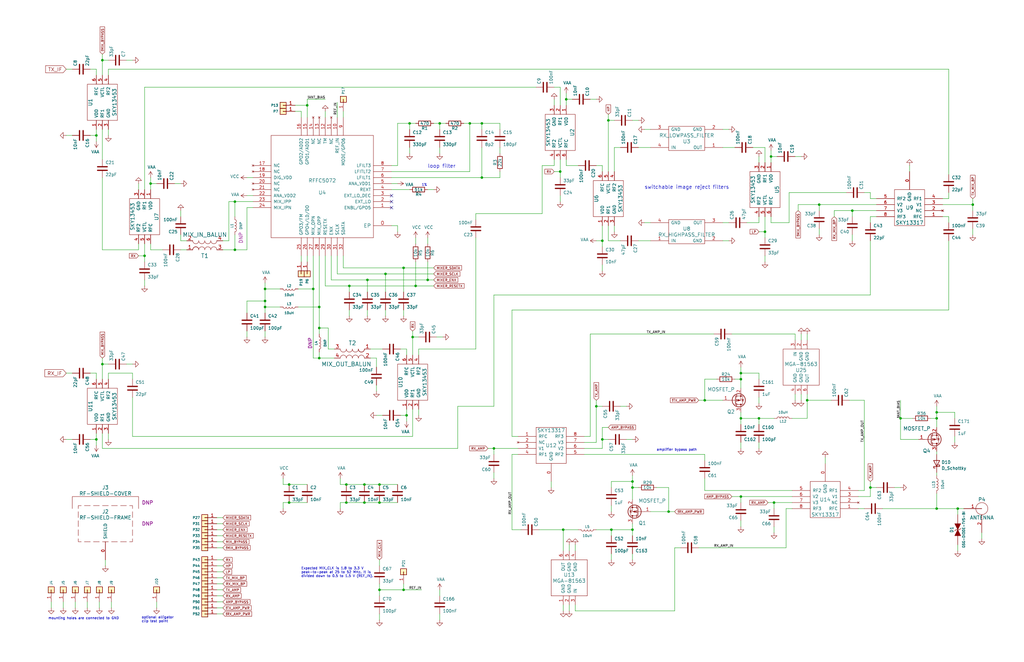
<source format=kicad_sch>
(kicad_sch (version 20211123) (generator eeschema)
  (paper "User" 431.8 279.4)
  (title_block (title "HackRF One") (date "2022-08-28") (rev "r9") (company "Copyright 2012-2022 Great Scott Gadgets") (comment 1 "Michael Ossmann") (comment 2 "Licensed under the CERN-OHL-P v2"))
  (junction (at 111.76 121.92))
  (junction (at 394.97 214.63))
  (junction (at 203.2 74.93))
  (junction (at 254 101.6))
  (junction (at 146.05 212.09))
  (junction (at 403.86 214.63))
  (junction (at 40.64 57.15))
  (junction (at 99.06 105.41))
  (junction (at 394.97 176.53))
  (junction (at 281.94 215.9))
  (junction (at 312.42 157.48))
  (junction (at 170.18 248.92))
  (junction (at 121.92 204.47))
  (junction (at 326.39 212.09))
  (junction (at 160.02 204.47))
  (junction (at 254 185.42))
  (junction (at 160.02 248.92))
  (junction (at 129.54 44.45))
  (junction (at 111.76 129.54))
  (junction (at 160.02 212.09))
  (junction (at 379.73 176.53))
  (junction (at 340.36 168.91))
  (junction (at 171.45 175.26))
  (junction (at 60.96 107.95))
  (junction (at 312.42 209.55))
  (junction (at 238.76 41.91))
  (junction (at 154.94 118.11))
  (junction (at 237.49 223.52))
  (junction (at 320.04 176.53))
  (junction (at 134.62 138.43))
  (junction (at 266.7 205.74))
  (junction (at 153.67 204.47))
  (junction (at 367.03 205.74))
  (junction (at 162.56 115.57))
  (junction (at 63.5 77.47))
  (junction (at 146.05 204.47))
  (junction (at 297.18 168.91))
  (junction (at 256.54 50.8))
  (junction (at 208.28 189.23))
  (junction (at 359.41 88.9))
  (junction (at 147.32 120.65))
  (junction (at 394.97 173.99))
  (junction (at 345.44 86.36))
  (junction (at 153.67 212.09))
  (junction (at 312.42 160.02))
  (junction (at 134.62 129.54))
  (junction (at 180.34 118.11))
  (junction (at 198.12 52.07))
  (junction (at 172.72 52.07))
  (junction (at 257.81 223.52))
  (junction (at 121.92 212.09))
  (junction (at 170.18 113.03))
  (junction (at 111.76 127))
  (junction (at 43.18 153.67))
  (junction (at 175.26 120.65))
  (junction (at 40.64 185.42))
  (junction (at 266.7 223.52))
  (junction (at 236.22 72.39))
  (junction (at 185.42 52.07))
  (junction (at 173.99 142.24))
  (junction (at 132.08 121.92))
  (junction (at 325.12 66.04))
  (junction (at 99.06 85.09))
  (junction (at 134.62 151.13))
  (junction (at 322.58 97.79))
  (junction (at 43.18 25.4))
  (junction (at 251.46 171.45))
  (junction (at 203.2 52.07))
  (junction (at 266.7 203.2))
  (junction (at 312.42 176.53))
  (junction (at 410.21 86.36))
  (no_connect (at 165.1 82.55))
  (no_connect (at 165.1 85.09))
  (no_connect (at 165.1 87.63))
  (wire (pts (xy 186.69 142.24) (xy 184.15 142.24)))
  (wire (pts (xy 143.51 204.47) (xy 146.05 204.47)))
  (wire (pts (xy 400.05 101.6) (xy 400.05 130.81)))
  (wire (pts (xy 139.7 118.11) (xy 154.94 118.11)))
  (wire (pts (xy 55.88 153.67) (xy 53.34 153.67)))
  (wire (pts (xy 173.99 142.24) (xy 173.99 149.86)))
  (wire (pts (xy 304.8 93.98) (xy 307.34 93.98)))
  (wire (pts (xy 27.94 57.15) (xy 30.48 57.15)))
  (wire (pts (xy 127 49.53) (xy 127 46.99)))
  (wire (pts (xy 269.24 101.6) (xy 274.32 101.6)))
  (wire (pts (xy 383.54 69.85) (xy 383.54 72.39)))
  (wire (pts (xy 46.99 254) (xy 46.99 256.54)))
  (wire (pts (xy 312.42 212.09) (xy 312.42 209.55)))
  (wire (pts (xy 185.42 248.92) (xy 185.42 251.46)))
  (wire (pts (xy 394.97 173.99) (xy 394.97 176.53)))
  (wire (pts (xy 156.21 147.32) (xy 161.29 147.32)))
  (wire (pts (xy 331.47 214.63) (xy 334.01 214.63)))
  (wire (pts (xy 414.02 224.79) (xy 414.02 227.33)))
  (wire (pts (xy 367.03 91.44) (xy 369.57 91.44)))
  (wire (pts (xy 297.18 207.01) (xy 297.18 201.93)))
  (wire (pts (xy 111.76 121.92) (xy 111.76 127)))
  (wire (pts (xy 147.32 123.19) (xy 147.32 120.65)))
  (wire (pts (xy 312.42 176.53) (xy 320.04 176.53)))
  (wire (pts (xy 193.04 171.45) (xy 193.04 189.23)))
  (wire (pts (xy 91.44 231.14) (xy 93.98 231.14)))
  (wire (pts (xy 106.68 74.93) (xy 104.14 74.93)))
  (wire (pts (xy 400.05 130.81) (xy 215.9 130.81)))
  (wire (pts (xy 312.42 209.55) (xy 334.01 209.55)))
  (wire (pts (xy 322.58 68.58) (xy 322.58 62.23)))
  (wire (pts (xy 297.18 194.31) (xy 297.18 191.77)))
  (wire (pts (xy 147.32 133.35) (xy 147.32 130.81)))
  (wire (pts (xy 254 114.3) (xy 254 111.76)))
  (wire (pts (xy 124.46 44.45) (xy 129.54 44.45)))
  (wire (pts (xy 237.49 223.52) (xy 243.84 223.52)))
  (wire (pts (xy 96.52 101.6) (xy 96.52 85.09)))
  (wire (pts (xy 60.96 107.95) (xy 60.96 110.49)))
  (wire (pts (xy 91.44 228.6) (xy 93.98 228.6)))
  (wire (pts (xy 261.62 101.6) (xy 256.54 101.6)))
  (wire (pts (xy 410.21 86.36) (xy 410.21 88.9)))
  (wire (pts (xy 143.51 212.09) (xy 143.51 214.63)))
  (wire (pts (xy 154.94 133.35) (xy 154.94 130.81)))
  (wire (pts (xy 45.72 31.75) (xy 45.72 29.21)))
  (wire (pts (xy 185.42 54.61) (xy 185.42 52.07)))
  (wire (pts (xy 45.72 160.02) (xy 45.72 157.48)))
  (wire (pts (xy 121.92 212.09) (xy 129.54 212.09)))
  (wire (pts (xy 251.46 168.91) (xy 251.46 171.45)))
  (wire (pts (xy 257.81 203.2) (xy 257.81 205.74)))
  (wire (pts (xy 91.44 238.76) (xy 93.98 238.76)))
  (wire (pts (xy 176.53 149.86) (xy 176.53 147.32)))
  (wire (pts (xy 137.16 120.65) (xy 147.32 120.65)))
  (wire (pts (xy 326.39 212.09) (xy 334.01 212.09)))
  (wire (pts (xy 281.94 215.9) (xy 281.94 205.74)))
  (wire (pts (xy 312.42 160.02) (xy 309.88 160.02)))
  (wire (pts (xy 320.04 97.79) (xy 322.58 97.79)))
  (wire (pts (xy 176.53 147.32) (xy 200.66 147.32)))
  (wire (pts (xy 402.59 173.99) (xy 394.97 173.99)))
  (wire (pts (xy 175.26 100.33) (xy 175.26 102.87)))
  (wire (pts (xy 304.8 54.61) (xy 307.34 54.61)))
  (wire (pts (xy 331.47 231.14) (xy 331.47 214.63)))
  (wire (pts (xy 162.56 115.57) (xy 182.88 115.57)))
  (wire (pts (xy 172.72 64.77) (xy 172.72 62.23)))
  (wire (pts (xy 60.96 102.87) (xy 60.96 107.95)))
  (wire (pts (xy 158.75 175.26) (xy 161.29 175.26)))
  (wire (pts (xy 294.64 231.14) (xy 331.47 231.14)))
  (wire (pts (xy 104.14 127) (xy 104.14 132.08)))
  (wire (pts (xy 137.16 120.65) (xy 137.16 107.95)))
  (wire (pts (xy 359.41 101.6) (xy 359.41 99.06)))
  (wire (pts (xy 312.42 160.02) (xy 312.42 163.83)))
  (wire (pts (xy 340.36 176.53) (xy 334.01 176.53)))
  (wire (pts (xy 257.81 223.52) (xy 266.7 223.52)))
  (wire (pts (xy 334.01 207.01) (xy 297.18 207.01)))
  (wire (pts (xy 215.9 223.52) (xy 219.71 223.52)))
  (wire (pts (xy 153.67 212.09) (xy 160.02 212.09)))
  (wire (pts (xy 63.5 105.41) (xy 68.58 105.41)))
  (wire (pts (xy 297.18 160.02) (xy 297.18 168.91)))
  (wire (pts (xy 403.86 214.63) (xy 403.86 217.17)))
  (wire (pts (xy 173.99 184.15) (xy 55.88 184.15)))
  (wire (pts (xy 91.44 254) (xy 93.98 254)))
  (wire (pts (xy 171.45 175.26) (xy 171.45 177.8)))
  (wire (pts (xy 312.42 173.99) (xy 312.42 176.53)))
  (wire (pts (xy 93.98 101.6) (xy 96.52 101.6)))
  (wire (pts (xy 138.43 138.43) (xy 134.62 138.43)))
  (wire (pts (xy 119.38 204.47) (xy 121.92 204.47)))
  (wire (pts (xy 91.44 246.38) (xy 93.98 246.38)))
  (wire (pts (xy 337.82 143.51) (xy 337.82 140.97)))
  (wire (pts (xy 251.46 223.52) (xy 257.81 223.52)))
  (wire (pts (xy 243.84 69.85) (xy 238.76 69.85)))
  (wire (pts (xy 63.5 74.93) (xy 63.5 77.47)))
  (wire (pts (xy 91.44 248.92) (xy 93.98 248.92)))
  (wire (pts (xy 55.88 25.4) (xy 53.34 25.4)))
  (wire (pts (xy 40.64 31.75) (xy 40.64 29.21)))
  (wire (pts (xy 257.81 215.9) (xy 257.81 213.36)))
  (wire (pts (xy 208.28 189.23) (xy 218.44 189.23)))
  (wire (pts (xy 45.72 25.4) (xy 43.18 25.4)))
  (wire (pts (xy 400.05 81.28) (xy 400.05 83.82)))
  (wire (pts (xy 58.42 107.95) (xy 60.96 107.95)))
  (wire (pts (xy 104.14 82.55) (xy 106.68 82.55)))
  (wire (pts (xy 160.02 238.76) (xy 160.02 236.22)))
  (wire (pts (xy 364.49 207.01) (xy 361.95 207.01)))
  (wire (pts (xy 254 69.85) (xy 254 72.39)))
  (wire (pts (xy 142.24 115.57) (xy 162.56 115.57)))
  (wire (pts (xy 198.12 52.07) (xy 203.2 52.07)))
  (wire (pts (xy 162.56 133.35) (xy 162.56 130.81)))
  (wire (pts (xy 254 189.23) (xy 246.38 189.23)))
  (wire (pts (xy 40.64 57.15) (xy 40.64 59.69)))
  (wire (pts (xy 132.08 107.95) (xy 132.08 121.92)))
  (wire (pts (xy 40.64 29.21) (xy 38.1 29.21)))
  (wire (pts (xy 335.28 140.97) (xy 308.61 140.97)))
  (wire (pts (xy 394.97 199.39) (xy 394.97 200.66)))
  (wire (pts (xy 60.96 80.01) (xy 60.96 36.83)))
  (wire (pts (xy 153.67 204.47) (xy 160.02 204.47)))
  (wire (pts (xy 170.18 246.38) (xy 170.18 248.92)))
  (wire (pts (xy 91.44 241.3) (xy 93.98 241.3)))
  (wire (pts (xy 167.64 52.07) (xy 172.72 52.07)))
  (wire (pts (xy 307.34 101.6) (xy 304.8 101.6)))
  (wire (pts (xy 55.88 184.15) (xy 55.88 167.64)))
  (wire (pts (xy 146.05 204.47) (xy 153.67 204.47)))
  (wire (pts (xy 134.62 138.43) (xy 134.62 140.97)))
  (wire (pts (xy 21.59 254) (xy 21.59 256.54)))
  (wire (pts (xy 173.99 139.7) (xy 173.99 142.24)))
  (wire (pts (xy 195.58 52.07) (xy 198.12 52.07)))
  (wire (pts (xy 144.78 49.53) (xy 144.78 46.99)))
  (wire (pts (xy 325.12 63.5) (xy 325.12 66.04)))
  (wire (pts (xy 144.78 113.03) (xy 170.18 113.03)))
  (wire (pts (xy 274.32 62.23) (xy 269.24 62.23)))
  (wire (pts (xy 125.73 121.92) (xy 132.08 121.92)))
  (wire (pts (xy 364.49 81.28) (xy 367.03 81.28)))
  (wire (pts (xy 129.54 44.45) (xy 129.54 49.53)))
  (wire (pts (xy 147.32 120.65) (xy 175.26 120.65)))
  (wire (pts (xy 345.44 86.36) (xy 369.57 86.36)))
  (wire (pts (xy 31.75 254) (xy 31.75 256.54)))
  (wire (pts (xy 91.44 243.84) (xy 93.98 243.84)))
  (wire (pts (xy 167.64 95.25) (xy 167.64 97.79)))
  (wire (pts (xy 203.2 52.07) (xy 210.82 52.07)))
  (wire (pts (xy 284.48 257.81) (xy 242.57 257.81)))
  (wire (pts (xy 91.44 259.08) (xy 93.98 259.08)))
  (wire (pts (xy 180.34 118.11) (xy 180.34 110.49)))
  (wire (pts (xy 351.79 91.44) (xy 351.79 88.9)))
  (wire (pts (xy 210.82 64.77) (xy 210.82 62.23)))
  (wire (pts (xy 246.38 184.15) (xy 248.92 184.15)))
  (wire (pts (xy 111.76 121.92) (xy 118.11 121.92)))
  (wire (pts (xy 99.06 85.09) (xy 106.68 85.09)))
  (wire (pts (xy 132.08 121.92) (xy 132.08 151.13)))
  (wire (pts (xy 379.73 176.53) (xy 379.73 185.42)))
  (wire (pts (xy 322.58 110.49) (xy 322.58 107.95)))
  (wire (pts (xy 111.76 127) (xy 111.76 129.54)))
  (wire (pts (xy 134.62 107.95) (xy 134.62 129.54)))
  (wire (pts (xy 205.74 189.23) (xy 208.28 189.23)))
  (wire (pts (xy 326.39 214.63) (xy 326.39 212.09)))
  (wire (pts (xy 326.39 224.79) (xy 326.39 222.25)))
  (wire (pts (xy 104.14 87.63) (xy 104.14 105.41)))
  (wire (pts (xy 91.44 256.54) (xy 93.98 256.54)))
  (wire (pts (xy 158.75 154.94) (xy 158.75 151.13)))
  (wire (pts (xy 266.7 223.52) (xy 266.7 226.06)))
  (wire (pts (xy 257.81 226.06) (xy 257.81 223.52)))
  (wire (pts (xy 254 101.6) (xy 254 104.14)))
  (wire (pts (xy 233.68 72.39) (xy 236.22 72.39)))
  (wire (pts (xy 254 180.34) (xy 254 185.42)))
  (wire (pts (xy 320.04 160.02) (xy 320.04 157.48)))
  (wire (pts (xy 193.04 189.23) (xy 43.18 189.23)))
  (wire (pts (xy 248.92 140.97) (xy 248.92 184.15)))
  (wire (pts (xy 160.02 248.92) (xy 160.02 251.46)))
  (wire (pts (xy 91.44 236.22) (xy 93.98 236.22)))
  (wire (pts (xy 119.38 204.47) (xy 119.38 201.93)))
  (wire (pts (xy 218.44 184.15) (xy 215.9 184.15)))
  (wire (pts (xy 63.5 102.87) (xy 63.5 105.41)))
  (wire (pts (xy 294.64 168.91) (xy 297.18 168.91)))
  (wire (pts (xy 237.49 232.41) (xy 237.49 223.52)))
  (wire (pts (xy 320.04 176.53) (xy 326.39 176.53)))
  (wire (pts (xy 402.59 186.69) (xy 402.59 184.15)))
  (wire (pts (xy 44.45 236.22) (xy 44.45 238.76)))
  (wire (pts (xy 172.72 80.01) (xy 165.1 80.01)))
  (wire (pts (xy 121.92 204.47) (xy 129.54 204.47)))
  (wire (pts (xy 118.11 129.54) (xy 111.76 129.54)))
  (wire (pts (xy 400.05 29.21) (xy 400.05 73.66)))
  (wire (pts (xy 314.96 93.98) (xy 320.04 93.98)))
  (wire (pts (xy 91.44 220.98) (xy 93.98 220.98)))
  (wire (pts (xy 76.2 77.47) (xy 73.66 77.47)))
  (wire (pts (xy 185.42 259.08) (xy 185.42 261.62)))
  (wire (pts (xy 284.48 257.81) (xy 284.48 231.14)))
  (wire (pts (xy 367.03 203.2) (xy 367.03 205.74)))
  (wire (pts (xy 27.94 29.21) (xy 30.48 29.21)))
  (wire (pts (xy 397.51 91.44) (xy 400.05 91.44)))
  (wire (pts (xy 208.28 171.45) (xy 208.28 124.46)))
  (wire (pts (xy 320.04 189.23) (xy 320.04 186.69)))
  (wire (pts (xy 160.02 246.38) (xy 160.02 248.92)))
  (wire (pts (xy 335.28 143.51) (xy 335.28 140.97)))
  (wire (pts (xy 175.26 120.65) (xy 175.26 110.49)))
  (wire (pts (xy 55.88 157.48) (xy 55.88 160.02)))
  (wire (pts (xy 111.76 129.54) (xy 111.76 132.08)))
  (wire (pts (xy 58.42 105.41) (xy 43.18 105.41)))
  (wire (pts (xy 43.18 151.13) (xy 43.18 153.67)))
  (wire (pts (xy 227.33 223.52) (xy 237.49 223.52)))
  (wire (pts (xy 27.94 157.48) (xy 30.48 157.48)))
  (wire (pts (xy 256.54 185.42) (xy 254 185.42)))
  (wire (pts (xy 111.76 119.38) (xy 111.76 121.92)))
  (wire (pts (xy 237.49 257.81) (xy 237.49 255.27)))
  (wire (pts (xy 251.46 69.85) (xy 254 69.85)))
  (wire (pts (xy 137.16 46.99) (xy 137.16 49.53)))
  (wire (pts (xy 26.67 254) (xy 26.67 256.54)))
  (wire (pts (xy 170.18 133.35) (xy 170.18 130.81)))
  (wire (pts (xy 320.04 66.04) (xy 320.04 68.58)))
  (wire (pts (xy 251.46 186.69) (xy 246.38 186.69)))
  (wire (pts (xy 312.42 157.48) (xy 312.42 160.02)))
  (wire (pts (xy 99.06 91.44) (xy 99.06 85.09)))
  (wire (pts (xy 240.03 229.87) (xy 240.03 232.41)))
  (wire (pts (xy 165.1 72.39) (xy 198.12 72.39)))
  (wire (pts (xy 367.03 83.82) (xy 369.57 83.82)))
  (wire (pts (xy 345.44 99.06) (xy 345.44 96.52)))
  (wire (pts (xy 400.05 91.44) (xy 400.05 93.98)))
  (wire (pts (xy 351.79 88.9) (xy 359.41 88.9)))
  (wire (pts (xy 266.7 236.22) (xy 266.7 233.68)))
  (wire (pts (xy 91.44 223.52) (xy 93.98 223.52)))
  (wire (pts (xy 332.74 81.28) (xy 356.87 81.28)))
  (wire (pts (xy 125.73 129.54) (xy 134.62 129.54)))
  (wire (pts (xy 63.5 77.47) (xy 63.5 80.01)))
  (wire (pts (xy 358.14 168.91) (xy 364.49 168.91)))
  (wire (pts (xy 200.66 147.32) (xy 200.66 100.33)))
  (wire (pts (xy 266.7 220.98) (xy 266.7 223.52)))
  (wire (pts (xy 167.64 77.47) (xy 165.1 77.47)))
  (wire (pts (xy 208.28 191.77) (xy 208.28 189.23)))
  (wire (pts (xy 359.41 88.9) (xy 369.57 88.9)))
  (wire (pts (xy 240.03 257.81) (xy 240.03 255.27)))
  (wire (pts (xy 369.57 205.74) (xy 367.03 205.74)))
  (wire (pts (xy 154.94 123.19) (xy 154.94 118.11)))
  (wire (pts (xy 266.7 205.74) (xy 266.7 210.82)))
  (wire (pts (xy 176.53 175.26) (xy 176.53 172.72)))
  (wire (pts (xy 40.64 182.88) (xy 40.64 185.42)))
  (wire (pts (xy 168.91 175.26) (xy 171.45 175.26)))
  (wire (pts (xy 160.02 248.92) (xy 170.18 248.92)))
  (wire (pts (xy 403.86 214.63) (xy 406.4 214.63)))
  (wire (pts (xy 165.1 74.93) (xy 203.2 74.93)))
  (wire (pts (xy 312.42 176.53) (xy 312.42 179.07)))
  (wire (pts (xy 264.16 171.45) (xy 261.62 171.45)))
  (wire (pts (xy 312.42 189.23) (xy 312.42 186.69)))
  (wire (pts (xy 236.22 44.45) (xy 236.22 36.83)))
  (wire (pts (xy 335.28 166.37) (xy 335.28 168.91)))
  (wire (pts (xy 38.1 57.15) (xy 40.64 57.15)))
  (wire (pts (xy 171.45 147.32) (xy 171.45 149.86)))
  (wire (pts (xy 104.14 142.24) (xy 104.14 139.7)))
  (wire (pts (xy 259.08 50.8) (xy 256.54 50.8)))
  (wire (pts (xy 36.83 254) (xy 36.83 256.54)))
  (wire (pts (xy 43.18 25.4) (xy 43.18 31.75)))
  (wire (pts (xy 45.72 182.88) (xy 45.72 185.42)))
  (wire (pts (xy 43.18 189.23) (xy 43.18 182.88)))
  (wire (pts (xy 228.6 90.17) (xy 228.6 69.85)))
  (wire (pts (xy 76.2 105.41) (xy 78.74 105.41)))
  (wire (pts (xy 266.7 203.2) (xy 266.7 205.74)))
  (wire (pts (xy 170.18 123.19) (xy 170.18 113.03)))
  (wire (pts (xy 165.1 95.25) (xy 167.64 95.25)))
  (wire (pts (xy 402.59 176.53) (xy 402.59 173.99)))
  (wire (pts (xy 320.04 170.18) (xy 320.04 167.64)))
  (wire (pts (xy 394.97 171.45) (xy 394.97 173.99)))
  (wire (pts (xy 410.21 83.82) (xy 410.21 86.36)))
  (wire (pts (xy 119.38 212.09) (xy 121.92 212.09)))
  (wire (pts (xy 397.51 86.36) (xy 410.21 86.36)))
  (wire (pts (xy 367.03 124.46) (xy 367.03 101.6)))
  (wire (pts (xy 361.95 214.63) (xy 364.49 214.63)))
  (wire (pts (xy 119.38 212.09) (xy 119.38 214.63)))
  (wire (pts (xy 139.7 118.11) (xy 139.7 107.95)))
  (wire (pts (xy 236.22 67.31) (xy 236.22 72.39)))
  (wire (pts (xy 367.03 81.28) (xy 367.03 83.82)))
  (wire (pts (xy 91.44 226.06) (xy 93.98 226.06)))
  (wire (pts (xy 320.04 93.98) (xy 320.04 91.44)))
  (wire (pts (xy 336.55 88.9) (xy 336.55 86.36)))
  (wire (pts (xy 203.2 52.07) (xy 203.2 54.61)))
  (wire (pts (xy 281.94 215.9) (xy 284.48 215.9)))
  (wire (pts (xy 312.42 222.25) (xy 312.42 219.71)))
  (wire (pts (xy 350.52 168.91) (xy 340.36 168.91)))
  (wire (pts (xy 266.7 185.42) (xy 264.16 185.42)))
  (wire (pts (xy 228.6 69.85) (xy 233.68 69.85)))
  (wire (pts (xy 60.96 120.65) (xy 60.96 118.11)))
  (wire (pts (xy 91.44 251.46) (xy 93.98 251.46)))
  (wire (pts (xy 198.12 72.39) (xy 198.12 52.07)))
  (wire (pts (xy 345.44 88.9) (xy 345.44 86.36)))
  (wire (pts (xy 236.22 72.39) (xy 236.22 74.93)))
  (wire (pts (xy 236.22 85.09) (xy 236.22 82.55)))
  (wire (pts (xy 359.41 91.44) (xy 359.41 88.9)))
  (wire (pts (xy 332.74 93.98) (xy 325.12 93.98)))
  (wire (pts (xy 297.18 191.77) (xy 246.38 191.77)))
  (wire (pts (xy 154.94 118.11) (xy 180.34 118.11)))
  (wire (pts (xy 41.91 254) (xy 41.91 256.54)))
  (wire (pts (xy 200.66 90.17) (xy 228.6 90.17)))
  (wire (pts (xy 78.74 101.6) (xy 76.2 101.6)))
  (wire (pts (xy 367.03 209.55) (xy 361.95 209.55)))
  (wire (pts (xy 394.97 176.53) (xy 392.43 176.53)))
  (wire (pts (xy 200.66 92.71) (xy 200.66 90.17)))
  (wire (pts (xy 367.03 93.98) (xy 367.03 91.44)))
  (wire (pts (xy 176.53 142.24) (xy 173.99 142.24)))
  (wire (pts (xy 379.73 185.42) (xy 387.35 185.42)))
  (wire (pts (xy 233.68 69.85) (xy 233.68 67.31)))
  (wire (pts (xy 60.96 36.83) (xy 226.06 36.83)))
  (wire (pts (xy 322.58 97.79) (xy 322.58 100.33)))
  (wire (pts (xy 215.9 130.81) (xy 215.9 184.15)))
  (wire (pts (xy 281.94 205.74) (xy 276.86 205.74)))
  (wire (pts (xy 129.54 41.91) (xy 137.16 41.91)))
  (wire (pts (xy 134.62 148.59) (xy 134.62 151.13)))
  (wire (pts (xy 340.36 166.37) (xy 340.36 168.91)))
  (wire (pts (xy 322.58 62.23) (xy 317.5 62.23)))
  (wire (pts (xy 302.26 160.02) (xy 297.18 160.02)))
  (wire (pts (xy 134.62 129.54) (xy 134.62 138.43)))
  (wire (pts (xy 43.18 67.31) (xy 43.18 54.61)))
  (wire (pts (xy 172.72 52.07) (xy 175.26 52.07)))
  (wire (pts (xy 266.7 200.66) (xy 266.7 203.2)))
  (wire (pts (xy 297.18 168.91) (xy 304.8 168.91)))
  (wire (pts (xy 394.97 190.5) (xy 394.97 191.77)))
  (wire (pts (xy 58.42 77.47) (xy 58.42 80.01)))
  (wire (pts (xy 242.57 257.81) (xy 242.57 255.27)))
  (wire (pts (xy 170.18 113.03) (xy 182.88 113.03)))
  (wire (pts (xy 185.42 64.77) (xy 185.42 62.23)))
  (wire (pts (xy 323.85 212.09) (xy 326.39 212.09)))
  (wire (pts (xy 38.1 185.42) (xy 40.64 185.42)))
  (wire (pts (xy 182.88 52.07) (xy 185.42 52.07)))
  (wire (pts (xy 269.24 50.8) (xy 266.7 50.8)))
  (wire (pts (xy 308.61 209.55) (xy 312.42 209.55)))
  (wire (pts (xy 66.04 77.47) (xy 63.5 77.47)))
  (wire (pts (xy 394.97 214.63) (xy 403.86 214.63)))
  (wire (pts (xy 185.42 52.07) (xy 187.96 52.07)))
  (wire (pts (xy 208.28 201.93) (xy 208.28 199.39)))
  (wire (pts (xy 394.97 176.53) (xy 394.97 180.34)))
  (wire (pts (xy 218.44 191.77) (xy 215.9 191.77)))
  (wire (pts (xy 40.64 185.42) (xy 40.64 187.96)))
  (wire (pts (xy 175.26 120.65) (xy 182.88 120.65)))
  (wire (pts (xy 208.28 124.46) (xy 367.03 124.46)))
  (wire (pts (xy 162.56 123.19) (xy 162.56 115.57)))
  (wire (pts (xy 320.04 179.07) (xy 320.04 176.53)))
  (wire (pts (xy 127 107.95) (xy 127 110.49)))
  (wire (pts (xy 38.1 157.48) (xy 40.64 157.48)))
  (wire (pts (xy 340.36 168.91) (xy 340.36 176.53)))
  (wire (pts (xy 138.43 147.32) (xy 140.97 147.32)))
  (wire (pts (xy 364.49 168.91) (xy 364.49 207.01)))
  (wire (pts (xy 76.2 101.6) (xy 76.2 99.06)))
  (wire (pts (xy 106.68 87.63) (xy 104.14 87.63)))
  (wire (pts (xy 379.73 168.91) (xy 379.73 176.53)))
  (wire (pts (xy 312.42 154.94) (xy 312.42 157.48)))
  (wire (pts (xy 129.54 110.49) (xy 129.54 107.95)))
  (wire (pts (xy 146.05 212.09) (xy 153.67 212.09)))
  (wire (pts (xy 91.44 218.44) (xy 93.98 218.44)))
  (wire (pts (xy 256.54 50.8) (xy 256.54 72.39)))
  (wire (pts (xy 271.78 54.61) (xy 274.32 54.61)))
  (wire (pts (xy 215.9 191.77) (xy 215.9 223.52)))
  (wire (pts (xy 134.62 151.13) (xy 140.97 151.13)))
  (wire (pts (xy 43.18 22.86) (xy 43.18 25.4)))
  (wire (pts (xy 27.94 185.42) (xy 30.48 185.42)))
  (wire (pts (xy 337.82 66.04) (xy 335.28 66.04)))
  (wire (pts (xy 274.32 215.9) (xy 281.94 215.9)))
  (wire (pts (xy 203.2 74.93) (xy 210.82 74.93)))
  (wire (pts (xy 320.04 157.48) (xy 312.42 157.48)))
  (wire (pts (xy 76.2 88.9) (xy 76.2 91.44)))
  (wire (pts (xy 251.46 171.45) (xy 251.46 186.69)))
  (wire (pts (xy 259.08 97.79) (xy 259.08 95.25)))
  (wire (pts (xy 43.18 74.93) (xy 43.18 105.41)))
  (wire (pts (xy 325.12 66.04) (xy 325.12 68.58)))
  (wire (pts (xy 142.24 43.18) (xy 142.24 49.53)))
  (wire (pts (xy 158.75 165.1) (xy 158.75 162.56)))
  (wire (pts (xy 236.22 36.83) (xy 233.68 36.83)))
  (wire (pts (xy 394.97 208.28) (xy 394.97 214.63)))
  (wire (pts (xy 180.34 118.11) (xy 182.88 118.11)))
  (wire (pts (xy 340.36 140.97) (xy 340.36 143.51)))
  (wire (pts (xy 384.81 176.53) (xy 379.73 176.53)))
  (wire (pts (xy 337.82 168.91) (xy 337.82 166.37)))
  (wire (pts (xy 158.75 151.13) (xy 156.21 151.13)))
  (wire (pts (xy 327.66 66.04) (xy 325.12 66.04)))
  (wire (pts (xy 332.74 93.98) (xy 332.74 81.28)))
  (wire (pts (xy 129.54 41.91) (xy 129.54 44.45)))
  (wire (pts (xy 271.78 93.98) (xy 274.32 93.98)))
  (wire (pts (xy 111.76 142.24) (xy 111.76 139.7)))
  (wire (pts (xy 167.64 69.85) (xy 167.64 52.07)))
  (wire (pts (xy 254 95.25) (xy 254 101.6)))
  (wire (pts (xy 45.72 157.48) (xy 55.88 157.48)))
  (wire (pts (xy 142.24 115.57) (xy 142.24 107.95)))
  (wire (pts (xy 251.46 41.91) (xy 248.92 41.91)))
  (wire (pts (xy 182.88 80.01) (xy 180.34 80.01)))
  (wire (pts (xy 132.08 151.13) (xy 134.62 151.13)))
  (wire (pts (xy 400.05 83.82) (xy 397.51 83.82)))
  (wire (pts (xy 143.51 204.47) (xy 143.51 201.93)))
  (wire (pts (xy 171.45 172.72) (xy 171.45 175.26)))
  (wire (pts (xy 58.42 102.87) (xy 58.42 105.41)))
  (wire (pts (xy 367.03 205.74) (xy 367.03 209.55)))
  (wire (pts (xy 45.72 153.67) (xy 43.18 153.67)))
  (wire (pts (xy 257.81 203.2) (xy 266.7 203.2)))
  (wire (pts (xy 322.58 91.44) (xy 322.58 97.79)))
  (wire (pts (xy 99.06 105.41) (xy 93.98 105.41)))
  (wire (pts (xy 233.68 41.91) (xy 233.68 44.45)))
  (wire (pts (xy 257.81 236.22) (xy 257.81 233.68)))
  (wire (pts (xy 238.76 41.91) (xy 238.76 44.45)))
  (wire (pts (xy 99.06 99.06) (xy 99.06 105.41)))
  (wire (pts (xy 261.62 62.23) (xy 259.08 62.23)))
  (wire (pts (xy 170.18 248.92) (xy 177.8 248.92)))
  (wire (pts (xy 256.54 101.6) (xy 256.54 95.25)))
  (wire (pts (xy 251.46 101.6) (xy 254 101.6)))
  (wire (pts (xy 347.98 193.04) (xy 347.98 195.58)))
  (wire (pts (xy 172.72 54.61) (xy 172.72 52.07)))
  (wire (pts (xy 379.73 205.74) (xy 377.19 205.74)))
  (wire (pts (xy 40.64 157.48) (xy 40.64 160.02)))
  (wire (pts (xy 210.82 52.07) (xy 210.82 54.61)))
  (wire (pts (xy 168.91 147.32) (xy 171.45 147.32)))
  (wire (pts (xy 284.48 231.14) (xy 287.02 231.14)))
  (wire (pts (xy 173.99 172.72) (xy 173.99 184.15)))
  (wire (pts (xy 259.08 62.23) (xy 259.08 72.39)))
  (wire (pts (xy 144.78 113.03) (xy 144.78 107.95)))
  (wire (pts (xy 403.86 232.41) (xy 403.86 229.87)))
  (wire (pts (xy 203.2 62.23) (xy 203.2 74.93)))
  (wire (pts (xy 45.72 29.21) (xy 400.05 29.21)))
  (wire (pts (xy 372.11 214.63) (xy 394.97 214.63)))
  (wire (pts (xy 300.99 140.97) (xy 248.92 140.97)))
  (wire (pts (xy 254 171.45) (xy 251.46 171.45)))
  (wire (pts (xy 66.04 254) (xy 66.04 256.54)))
  (wire (pts (xy 208.28 171.45) (xy 193.04 171.45)))
  (wire (pts (xy 160.02 212.09) (xy 167.64 212.09)))
  (wire (pts (xy 325.12 93.98) (xy 325.12 91.44)))
  (wire (pts (xy 309.88 62.23) (xy 304.8 62.23)))
  (wire (pts (xy 242.57 229.87) (xy 242.57 232.41)))
  (wire (pts (xy 238.76 69.85) (xy 238.76 67.31)))
  (wire (pts (xy 160.02 204.47) (xy 167.64 204.47)))
  (wire (pts (xy 410.21 99.06) (xy 410.21 96.52)))
  (wire (pts (xy 266.7 205.74) (xy 269.24 205.74)))
  (wire (pts (xy 238.76 39.37) (xy 238.76 41.91)))
  (wire (pts (xy 256.54 180.34) (xy 254 180.34)))
  (wire (pts (xy 40.64 54.61) (xy 40.64 57.15)))
  (wire (pts (xy 43.18 153.67) (xy 43.18 160.02)))
  (wire (pts (xy 210.82 74.93) (xy 210.82 72.39)))
  (wire (pts (xy 45.72 57.15) (xy 45.72 54.61)))
  (wire (pts (xy 160.02 261.62) (xy 160.02 259.08)))
  (wire (pts (xy 336.55 86.36) (xy 345.44 86.36)))
  (wire (pts (xy 96.52 85.09) (xy 99.06 85.09)))
  (wire (pts (xy 165.1 69.85) (xy 167.64 69.85)))
  (wire (pts (xy 143.51 212.09) (xy 146.05 212.09)))
  (wire (pts (xy 138.43 147.32) (xy 138.43 138.43)))
  (wire (pts (xy 180.34 100.33) (xy 180.34 102.87)))
  (wire (pts (xy 254 185.42) (xy 254 189.23)))
  (wire (pts (xy 241.3 41.91) (xy 238.76 41.91)))
  (wire (pts (xy 104.14 105.41) (xy 99.06 105.41)))
  (wire (pts (xy 111.76 127) (xy 104.14 127)))
  (wire (pts (xy 256.54 48.26) (xy 256.54 50.8)))
  (wire (pts (xy 127 46.99) (xy 124.46 46.99)))
  (wire (pts (xy 232.41 205.74) (xy 232.41 203.2)))
  (text "optional alligator\nclip test point" (at 59.69 262.89 0) (effects (font (size 1.016 1.016)) (justify left bottom)))
  (text "mounting holes are connected to GND" (at 20.32 261.62 0) (effects (font (size 1.016 1.016)) (justify left bottom)))
  (text "Expected MIX_CLK is 1.8 to 3.3 V\npeak-to-peak at 25 to 52 MHz. It is\ndivided down to 0.5 to 1.5 V (REF_IN)." (at 127 243.84 0) (effects (font (size 1.016 1.016)) (justify left bottom)))
  (text "switchable image reject filters" (at 271.78 80.01 0) (effects (font (size 1.524 1.524)) (justify left bottom)))
  (text "1%" (at 177.8 78.74 0) (effects (font (size 1.016 1.016)) (justify left bottom)))
  (text "amplifier bypass path" (at 276.86 190.5 0) (effects (font (size 1.016 1.016)) (justify left bottom)))
  (text "loop filter" (at 180.34 71.12 0) (effects (font (size 1.524 1.524)) (justify left bottom)))
  (label "TX_AMP_OUT" (at 364.49 186.69 90) (effects (font (size 1.016 1.016))))
  (label "REF_IN" (at 177.8 248.92 180) (effects (font (size 1.016 1.016))))
  (label "!ANT_BIAS" (at 379.73 168.91 270) (effects (font (size 1.016 1.016))))
  (label "TX_AMP_IN" (at 280.67 140.97 180) (effects (font (size 1.016 1.016))))
  (label "!ANT_BIAS" (at 137.16 41.91 180) (effects (font (size 1.016 1.016))))
  (label "REF_IN" (at 142.24 43.18 270) (effects (font (size 1.016 1.016))))
  (label "RX_AMP_OUT" (at 215.9 217.17 90) (effects (font (size 1.016 1.016))))
  (label "RX_AMP_IN" (at 300.99 231.14 0) (effects (font (size 1.016 1.016))))
  (global_label "RX_AMP" (shape input) (at 93.98 251.46 0) (effects (font (size 1.016 1.016))) (property "Intersheet References" "${INTERSHEET_REFS}" (effects hide)))
  (global_label "TX_MIX_BP" (shape input) (at 93.98 243.84 0) (effects (font (size 1.016 1.016))) (property "Intersheet References" "${INTERSHEET_REFS}" (effects hide)))
  (global_label "!TX_AMP_PWR" (shape input) (at 294.64 168.91 180) (effects (font (size 1.016 1.016))) (property "Intersheet References" "${INTERSHEET_REFS}" (effects hide)))
  (global_label "AMP_BYPASS" (shape input) (at 93.98 254 0) (effects (font (size 1.016 1.016))) (property "Intersheet References" "${INTERSHEET_REFS}" (effects hide)))
  (global_label "RX" (shape input) (at 93.98 236.22 0) (effects (font (size 1.016 1.016))) (property "Intersheet References" "${INTERSHEET_REFS}" (effects hide)))
  (global_label "MIXER_SCLK" (shape input) (at 182.88 115.57 0) (effects (font (size 1.016 1.016))) (property "Intersheet References" "${INTERSHEET_REFS}" (effects hide)))
  (global_label "HP" (shape input) (at 93.98 238.76 0) (effects (font (size 1.016 1.016))) (property "Intersheet References" "${INTERSHEET_REFS}" (effects hide)))
  (global_label "RX" (shape input) (at 233.68 72.39 180) (effects (font (size 1.016 1.016))) (property "Intersheet References" "${INTERSHEET_REFS}" (effects hide)))
  (global_label "HP" (shape input) (at 256.54 48.26 90) (effects (font (size 1.016 1.016))) (property "Intersheet References" "${INTERSHEET_REFS}" (effects hide)))
  (global_label "RX_MIX_BP" (shape input) (at 351.79 91.44 270) (effects (font (size 1.016 1.016))) (property "Intersheet References" "${INTERSHEET_REFS}" (effects hide)))
  (global_label "LP" (shape input) (at 320.04 97.79 180) (effects (font (size 1.016 1.016))) (property "Intersheet References" "${INTERSHEET_REFS}" (effects hide)))
  (global_label "TX_IF" (shape input) (at 27.94 29.21 180) (effects (font (size 1.524 1.524))) (property "Intersheet References" "${INTERSHEET_REFS}" (effects hide)))
  (global_label "MIXER_RESETX" (shape input) (at 182.88 120.65 0) (effects (font (size 1.016 1.016))) (property "Intersheet References" "${INTERSHEET_REFS}" (effects hide)))
  (global_label "MIXER_SCLK" (shape input) (at 93.98 220.98 0) (effects (font (size 1.016 1.016))) (property "Intersheet References" "${INTERSHEET_REFS}" (effects hide)))
  (global_label "!MIX_BYPASS" (shape input) (at 336.55 88.9 270) (effects (font (size 1.016 1.016))) (property "Intersheet References" "${INTERSHEET_REFS}" (effects hide)))
  (global_label "AMP_BYPASS" (shape input) (at 256.54 180.34 0) (effects (font (size 1.016 1.016))) (property "Intersheet References" "${INTERSHEET_REFS}" (effects hide)))
  (global_label "MIX_BYPASS" (shape input) (at 93.98 228.6 0) (effects (font (size 1.016 1.016))) (property "Intersheet References" "${INTERSHEET_REFS}" (effects hide)))
  (global_label "RX_AMP" (shape input) (at 205.74 189.23 180) (effects (font (size 1.016 1.016))) (property "Intersheet References" "${INTERSHEET_REFS}" (effects hide)))
  (global_label "RX" (shape input) (at 58.42 107.95 180) (effects (font (size 1.016 1.016))) (property "Intersheet References" "${INTERSHEET_REFS}" (effects hide)))
  (global_label "!RX_AMP_PWR" (shape input) (at 93.98 259.08 0) (effects (font (size 1.016 1.016))) (property "Intersheet References" "${INTERSHEET_REFS}" (effects hide)))
  (global_label "!TX_AMP_PWR" (shape input) (at 93.98 256.54 0) (effects (font (size 1.016 1.016))) (property "Intersheet References" "${INTERSHEET_REFS}" (effects hide)))
  (global_label "MIX_CLK" (shape input) (at 160.02 236.22 90) (effects (font (size 1.016 1.016))) (property "Intersheet References" "${INTERSHEET_REFS}" (effects hide)))
  (global_label "RX_IF" (shape input) (at 27.94 157.48 180) (effects (font (size 1.524 1.524))) (property "Intersheet References" "${INTERSHEET_REFS}" (effects hide)))
  (global_label "TX_AMP" (shape input) (at 251.46 168.91 90) (effects (font (size 1.016 1.016))) (property "Intersheet References" "${INTERSHEET_REFS}" (effects hide)))
  (global_label "MIXER_ENX" (shape input) (at 93.98 223.52 0) (effects (font (size 1.016 1.016))) (property "Intersheet References" "${INTERSHEET_REFS}" (effects hide)))
  (global_label "MIXER_RESETX" (shape input) (at 93.98 226.06 0) (effects (font (size 1.016 1.016))) (property "Intersheet References" "${INTERSHEET_REFS}" (effects hide)))
  (global_label "LP" (shape input) (at 93.98 241.3 0) (effects (font (size 1.016 1.016))) (property "Intersheet References" "${INTERSHEET_REFS}" (effects hide)))
  (global_label "AMP_BYPASS" (shape input) (at 308.61 209.55 180) (effects (font (size 1.016 1.016))) (property "Intersheet References" "${INTERSHEET_REFS}" (effects hide)))
  (global_label "MIX_BYPASS" (shape input) (at 43.18 151.13 90) (effects (font (size 1.016 1.016))) (property "Intersheet References" "${INTERSHEET_REFS}" (effects hide)))
  (global_label "MIXER_SDATA" (shape input) (at 182.88 113.03 0) (effects (font (size 1.016 1.016))) (property "Intersheet References" "${INTERSHEET_REFS}" (effects hide)))
  (global_label "TX_AMP" (shape input) (at 93.98 248.92 0) (effects (font (size 1.016 1.016))) (property "Intersheet References" "${INTERSHEET_REFS}" (effects hide)))
  (global_label "MIXER_SDATA" (shape input) (at 93.98 218.44 0) (effects (font (size 1.016 1.016))) (property "Intersheet References" "${INTERSHEET_REFS}" (effects hide)))
  (global_label "TX_AMP" (shape input) (at 367.03 203.2 90) (effects (font (size 1.016 1.016))) (property "Intersheet References" "${INTERSHEET_REFS}" (effects hide)))
  (global_label "!MIX_BYPASS" (shape input) (at 43.18 22.86 90) (effects (font (size 1.016 1.016))) (property "Intersheet References" "${INTERSHEET_REFS}" (effects hide)))
  (global_label "!MIX_BYPASS" (shape input) (at 93.98 231.14 0) (effects (font (size 1.016 1.016))) (property "Intersheet References" "${INTERSHEET_REFS}" (effects hide)))
  (global_label "!RX_AMP_PWR" (shape input) (at 284.48 215.9 0) (effects (font (size 1.016 1.016))) (property "Intersheet References" "${INTERSHEET_REFS}" (effects hide)))
  (global_label "TX_MIX_BP" (shape input) (at 410.21 83.82 90) (effects (font (size 1.016 1.016))) (property "Intersheet References" "${INTERSHEET_REFS}" (effects hide)))
  (global_label "RX_MIX_BP" (shape input) (at 93.98 246.38 0) (effects (font (size 1.016 1.016))) (property "Intersheet References" "${INTERSHEET_REFS}" (effects hide)))
  (global_label "RX" (shape input) (at 173.99 139.7 90) (effects (font (size 1.016 1.016))) (property "Intersheet References" "${INTERSHEET_REFS}" (effects hide)))
  (global_label "MIXER_ENX" (shape input) (at 182.88 118.11 0) (effects (font (size 1.016 1.016))) (property "Intersheet References" "${INTERSHEET_REFS}" (effects hide)))
  (global_label "RX_AMP" (shape input) (at 323.85 212.09 180) (effects (font (size 1.016 1.016))) (property "Intersheet References" "${INTERSHEET_REFS}" (effects hide)))
  (symbol (lib_id "hackrf:GSG-RF-CONN") (at 414.02 214.63 0) (mirror y) (unit 1)
    (property "Reference" "P4" (at 414.02 210.82 0) (effects (font (size 1.524 1.524))))
    (property "Value" "ANTENNA" (at 414.02 218.44 0) (effects (font (size 1.524 1.524))))
    (property "Footprint" "hackrf:GSG-SMA-73251-2120" (effects hide))
    (property "Manufacturer" "Molex" (effects hide))
    (property "Part Number" "73251-2121" (effects hide))
    (property "Description" "CONN SMA JACK 50 OHM EDGE MNT W/JAM NUT & LOCK WASHER" (effects hide))
  )
  (symbol (lib_id "hackrf:FIL-DEA") (at 289.56 97.79 0) (unit 1)
    (property "Reference" "U8" (at 289.56 96.52 0) (effects (font (size 1.524 1.524))))
    (property "Value" "RX_HIGHPASS_FILTER" (at 289.56 99.06 0) (effects (font (size 1.524 1.524))))
    (property "Footprint" "hackrf:GSG-HP-DEA" (effects hide))
    (property "Manufacturer" "TDK" (effects hide))
    (property "Part Number" "DEA162400HT-8004B1" (effects hide))
    (property "Description" "FILTER HIGHPASS WLAN&BLUETOOTH" (effects hide))
  )
  (symbol (lib_id "hackrf:FIL-LP0603") (at 289.56 58.42 180) (unit 1)
    (property "Reference" "U3" (at 289.56 59.69 0) (effects (font (size 1.524 1.524))))
    (property "Value" "RX_LOWPASS_FILTER" (at 289.56 57.15 0) (effects (font (size 1.524 1.524))))
    (property "Footprint" "hackrf:GSG-LP0603" (effects hide))
    (property "Manufacturer" "AVX" (effects hide))
    (property "Part Number" "LP0603A1880ANTR" (effects hide))
    (property "Description" "FILTER LOW PASS 1880MHZ 0603 SMD" (effects hide))
  )
  (symbol (lib_id "power:GND") (at 158.75 165.1 0) (unit 1)
    (property "Reference" "#PWR079" (effects hide))
    (property "Value" "GND" (effects hide))
  )
  (symbol (lib_id "Device:C") (at 254 107.95 0) (unit 1)
    (property "Reference" "C30" (at 255.27 105.41 0) (effects (justify left)))
    (property "Value" "10nF" (at 255.27 110.49 0) (effects (justify left)))
    (property "Footprint" "hackrf:GSG-0402" (effects hide))
    (property "Manufacturer" "Murata" (effects hide))
    (property "Part Number" "GRM155R71C103KA01D" (effects hide))
    (property "Description" "CAP CER 10000PF 16V 10% X7R 0402" (effects hide))
  )
  (symbol (lib_id "power:GND") (at 254 114.3 0) (unit 1)
    (property "Reference" "#PWR077" (effects hide))
    (property "Value" "GND" (effects hide))
  )
  (symbol (lib_id "power:GND") (at 307.34 101.6 90) (unit 1)
    (property "Reference" "#PWR076" (effects hide))
    (property "Value" "GND" (effects hide))
  )
  (symbol (lib_id "power:GND") (at 307.34 54.61 90) (unit 1)
    (property "Reference" "#PWR075" (effects hide))
    (property "Value" "GND" (effects hide))
  )
  (symbol (lib_id "power:GND") (at 271.78 54.61 270) (unit 1)
    (property "Reference" "#PWR074" (effects hide))
    (property "Value" "GND" (effects hide))
  )
  (symbol (lib_id "power:GND") (at 271.78 93.98 270) (unit 1)
    (property "Reference" "#PWR073" (effects hide))
    (property "Value" "GND" (effects hide))
  )
  (symbol (lib_id "Device:C") (at 311.15 93.98 90) (unit 1)
    (property "Reference" "C26" (at 308.61 92.71 0) (effects (justify left)))
    (property "Value" "47pF" (at 313.69 92.71 0) (effects (justify left)))
    (property "Footprint" "hackrf:GSG-0402" (effects hide))
    (property "Manufacturer" "Murata" (effects hide))
    (property "Part Number" "GRM1555C1H470JA01D" (effects hide))
    (property "Description" "CAP CER 47PF 50V 5% NP0 0402" (effects hide))
  )
  (symbol (lib_id "power:GND") (at 414.02 227.33 0) (unit 1)
    (property "Reference" "#PWR072" (effects hide))
    (property "Value" "GND" (effects hide))
  )
  (symbol (lib_id "Device:C") (at 111.76 135.89 0) (unit 1)
    (property "Reference" "C42" (at 113.03 133.35 0) (effects (justify left)))
    (property "Value" "100pF" (at 113.03 138.43 0) (effects (justify left)))
    (property "Footprint" "hackrf:GSG-0402" (effects hide))
    (property "Manufacturer" "Murata" (effects hide))
    (property "Part Number" "GRM1555C1H101JA01D" (effects hide))
    (property "Description" "CAP CER 100PF 50V 5% NP0 0402" (effects hide))
  )
  (symbol (lib_id "power:GND") (at 111.76 142.24 0) (unit 1)
    (property "Reference" "#PWR071" (effects hide))
    (property "Value" "GND" (effects hide))
  )
  (symbol (lib_id "Device:C") (at 172.72 58.42 0) (unit 1)
    (property "Reference" "C12" (at 173.99 55.88 0) (effects (justify left)))
    (property "Value" "330pF" (at 173.99 60.96 0) (effects (justify left)))
    (property "Footprint" "hackrf:GSG-0402" (effects hide))
    (property "Manufacturer" "Murata" (effects hide))
    (property "Part Number" "GRM155R71H331KA01D" (effects hide))
    (property "Description" "CAP CER 330PF 50V 10% X7R 0402" (effects hide))
  )
  (symbol (lib_id "Device:R") (at 179.07 52.07 270) (unit 1)
    (property "Reference" "R1" (at 179.07 54.102 90))
    (property "Value" "470" (at 179.07 52.07 90))
    (property "Footprint" "hackrf:GSG-0402" (effects hide))
    (property "Manufacturer" "Stackpole" (effects hide))
    (property "Part Number" "RMCF0402JT470R" (effects hide))
    (property "Description" "RES TF 1/16W 470 OHM 5% 0402" (effects hide))
  )
  (symbol (lib_id "Device:C") (at 185.42 58.42 0) (unit 1)
    (property "Reference" "C13" (at 186.69 55.88 0) (effects (justify left)))
    (property "Value" "330pF" (at 186.69 60.96 0) (effects (justify left)))
    (property "Footprint" "hackrf:GSG-0402" (effects hide))
    (property "Manufacturer" "Murata" (effects hide))
    (property "Part Number" "GRM155R71H331KA01D" (effects hide))
    (property "Description" "CAP CER 330PF 50V 10% X7R 0402" (effects hide))
  )
  (symbol (lib_id "Device:R") (at 191.77 52.07 270) (unit 1)
    (property "Reference" "R2" (at 191.77 54.102 90))
    (property "Value" "470" (at 191.77 52.07 90))
    (property "Footprint" "hackrf:GSG-0402" (effects hide))
    (property "Manufacturer" "Stackpole" (effects hide))
    (property "Part Number" "RMCF0402JT470R" (effects hide))
    (property "Description" "RES TF 1/16W 470 OHM 5% 0402" (effects hide))
  )
  (symbol (lib_id "power:GND") (at 172.72 64.77 0) (unit 1)
    (property "Reference" "#PWR070" (effects hide))
    (property "Value" "GND" (effects hide))
  )
  (symbol (lib_id "power:GND") (at 185.42 64.77 0) (unit 1)
    (property "Reference" "#PWR069" (effects hide))
    (property "Value" "GND" (effects hide))
  )
  (symbol (lib_id "Device:C") (at 203.2 58.42 0) (unit 1)
    (property "Reference" "C14" (at 204.47 55.88 0) (effects (justify left)))
    (property "Value" "8p2" (at 204.47 60.96 0) (effects (justify left)))
    (property "Footprint" "hackrf:GSG-0402" (effects hide))
    (property "Manufacturer" "Taiyo Yuden" (effects hide))
    (property "Part Number" "UMK105CG8R2DV-F" (effects hide))
    (property "Description" "CAP CER 8.2PF 50V NP0 0402" (effects hide))
  )
  (symbol (lib_id "Device:C") (at 210.82 58.42 0) (unit 1)
    (property "Reference" "C15" (at 212.09 55.88 0) (effects (justify left)))
    (property "Value" "180pF" (at 212.09 60.96 0) (effects (justify left)))
    (property "Footprint" "hackrf:GSG-0402" (effects hide))
    (property "Manufacturer" "Murata" (effects hide))
    (property "Part Number" "GRM1555C1H181JA01D" (effects hide))
    (property "Description" "CAP CER 180PF 50V 5% NP0 0402" (effects hide))
  )
  (symbol (lib_id "Device:R") (at 210.82 68.58 180) (unit 1)
    (property "Reference" "R3" (at 208.788 68.58 90))
    (property "Value" "22k" (at 210.82 68.58 90))
    (property "Footprint" "hackrf:GSG-0402" (effects hide))
    (property "Manufacturer" "Panasonic" (effects hide))
    (property "Part Number" "ERJ-2GEJ223X" (effects hide))
    (property "Description" "RES 22K OHM 1/10W 5% 0402 SMD" (effects hide))
  )
  (symbol (lib_id "Device:C") (at 121.92 208.28 0) (unit 1)
    (property "Reference" "C1" (at 123.19 205.74 0) (effects (justify left)))
    (property "Value" "33pF" (at 123.19 210.82 0) (effects (justify left)))
    (property "Footprint" "hackrf:GSG-0402" (effects hide))
    (property "Manufacturer" "Murata" (effects hide))
    (property "Part Number" "GRM1555C1H330JA01D" (effects hide))
    (property "Description" "CAP CER 33PF 50V 5% NP0 0402" (effects hide))
  )
  (symbol (lib_id "Device:C") (at 129.54 208.28 0) (unit 1)
    (property "Reference" "C2" (at 130.81 205.74 0) (effects (justify left)))
    (property "Value" "10nF" (at 130.81 210.82 0) (effects (justify left)))
    (property "Footprint" "hackrf:GSG-0402" (effects hide))
    (property "Manufacturer" "Murata" (effects hide))
    (property "Part Number" "GRM155R71C103KA01D" (effects hide))
    (property "Description" "CAP CER 10000PF 16V 10% X7R 0402" (effects hide))
  )
  (symbol (lib_id "Device:C") (at 153.67 208.28 0) (unit 1)
    (property "Reference" "C4" (at 154.94 205.74 0) (effects (justify left)))
    (property "Value" "10nF" (at 154.94 210.82 0) (effects (justify left)))
    (property "Footprint" "hackrf:GSG-0402" (effects hide))
    (property "Manufacturer" "Murata" (effects hide))
    (property "Part Number" "GRM155R71C103KA01D" (effects hide))
    (property "Description" "CAP CER 10000PF 16V 10% X7R 0402" (effects hide))
  )
  (symbol (lib_id "Device:C") (at 146.05 208.28 0) (unit 1)
    (property "Reference" "C3" (at 147.32 205.74 0) (effects (justify left)))
    (property "Value" "33pF" (at 147.32 210.82 0) (effects (justify left)))
    (property "Footprint" "hackrf:GSG-0402" (effects hide))
    (property "Manufacturer" "Murata" (effects hide))
    (property "Part Number" "GRM1555C1H330JA01D" (effects hide))
    (property "Description" "CAP CER 33PF 50V 5% NP0 0402" (effects hide))
  )
  (symbol (lib_id "Device:C") (at 160.02 208.28 0) (unit 1)
    (property "Reference" "C5" (at 161.29 205.74 0) (effects (justify left)))
    (property "Value" "33pF" (at 161.29 210.82 0) (effects (justify left)))
    (property "Footprint" "hackrf:GSG-0402" (effects hide))
    (property "Manufacturer" "Murata" (effects hide))
    (property "Part Number" "GRM1555C1H330JA01D" (effects hide))
    (property "Description" "CAP CER 33PF 50V 5% NP0 0402" (effects hide))
  )
  (symbol (lib_id "Device:C") (at 167.64 208.28 0) (unit 1)
    (property "Reference" "C6" (at 168.91 205.74 0) (effects (justify left)))
    (property "Value" "10nF" (at 168.91 210.82 0) (effects (justify left)))
    (property "Footprint" "hackrf:GSG-0402" (effects hide))
    (property "Manufacturer" "Murata" (effects hide))
    (property "Part Number" "GRM155R71C103KA01D" (effects hide))
    (property "Description" "CAP CER 10000PF 16V 10% X7R 0402" (effects hide))
  )
  (symbol (lib_id "power:GND") (at 119.38 214.63 0) (unit 1)
    (property "Reference" "#PWR067" (effects hide))
    (property "Value" "GND" (effects hide))
  )
  (symbol (lib_id "Device:R") (at 176.53 80.01 270) (unit 1)
    (property "Reference" "R4" (at 176.53 82.042 90))
    (property "Value" "51k" (at 176.53 80.01 90))
    (property "Footprint" "hackrf:GSG-0402" (effects hide))
    (property "Manufacturer" "Stackpole" (effects hide))
    (property "Part Number" "RMCF0402FT51K0" (effects hide))
    (property "Description" "RES TF 51K OHM 1% 0.0625W 0402" (effects hide))
  )
  (symbol (lib_id "power:GND") (at 182.88 80.01 90) (unit 1)
    (property "Reference" "#PWR066" (effects hide))
    (property "Value" "GND" (effects hide))
  )
  (symbol (lib_id "power:GND") (at 137.16 46.99 180) (unit 1)
    (property "Reference" "#PWR065" (effects hide))
    (property "Value" "GND" (effects hide))
  )
  (symbol (lib_id "Device:R") (at 175.26 106.68 0) (unit 1)
    (property "Reference" "R5" (at 177.292 106.68 90))
    (property "Value" "10k" (at 175.26 106.68 90))
    (property "Footprint" "hackrf:GSG-0402" (effects hide))
    (property "Manufacturer" "Stackpole" (effects hide))
    (property "Part Number" "RMCF0402JT10K0" (effects hide))
    (property "Description" "RES 10K OHM 1/16W 5% 0402 SMD" (effects hide))
  )
  (symbol (lib_id "Device:C") (at 147.32 127 0) (unit 1)
    (property "Reference" "C34" (at 148.59 124.46 0) (effects (justify left)))
    (property "Value" "33pF" (at 148.59 129.54 0) (effects (justify left)))
    (property "Footprint" "hackrf:GSG-0402" (effects hide))
    (property "Manufacturer" "Murata" (effects hide))
    (property "Part Number" "GRM1555C1H330JA01D" (effects hide))
    (property "Description" "CAP CER 33PF 50V 5% NP0 0402" (effects hide))
  )
  (symbol (lib_id "Device:C") (at 154.94 127 0) (unit 1)
    (property "Reference" "C35" (at 156.21 124.46 0) (effects (justify left)))
    (property "Value" "33pF" (at 156.21 129.54 0) (effects (justify left)))
    (property "Footprint" "hackrf:GSG-0402" (effects hide))
    (property "Manufacturer" "Murata" (effects hide))
    (property "Part Number" "GRM1555C1H330JA01D" (effects hide))
    (property "Description" "CAP CER 33PF 50V 5% NP0 0402" (effects hide))
  )
  (symbol (lib_id "Device:C") (at 162.56 127 0) (unit 1)
    (property "Reference" "C36" (at 163.83 124.46 0) (effects (justify left)))
    (property "Value" "33pF" (at 163.83 129.54 0) (effects (justify left)))
    (property "Footprint" "hackrf:GSG-0402" (effects hide))
    (property "Manufacturer" "Murata" (effects hide))
    (property "Part Number" "GRM1555C1H330JA01D" (effects hide))
    (property "Description" "CAP CER 33PF 50V 5% NP0 0402" (effects hide))
  )
  (symbol (lib_id "Device:C") (at 170.18 127 0) (unit 1)
    (property "Reference" "C37" (at 171.45 124.46 0) (effects (justify left)))
    (property "Value" "33pF" (at 171.45 129.54 0) (effects (justify left)))
    (property "Footprint" "hackrf:GSG-0402" (effects hide))
    (property "Manufacturer" "Murata" (effects hide))
    (property "Part Number" "GRM1555C1H330JA01D" (effects hide))
    (property "Description" "CAP CER 33PF 50V 5% NP0 0402" (effects hide))
  )
  (symbol (lib_id "power:GND") (at 147.32 133.35 0) (unit 1)
    (property "Reference" "#PWR063" (effects hide))
    (property "Value" "GND" (effects hide))
  )
  (symbol (lib_id "power:GND") (at 154.94 133.35 0) (unit 1)
    (property "Reference" "#PWR062" (effects hide))
    (property "Value" "GND" (effects hide))
  )
  (symbol (lib_id "power:GND") (at 162.56 133.35 0) (unit 1)
    (property "Reference" "#PWR061" (effects hide))
    (property "Value" "GND" (effects hide))
  )
  (symbol (lib_id "power:GND") (at 170.18 133.35 0) (unit 1)
    (property "Reference" "#PWR060" (effects hide))
    (property "Value" "GND" (effects hide))
  )
  (symbol (lib_id "Device:R") (at 180.34 106.68 0) (unit 1)
    (property "Reference" "R6" (at 182.372 106.68 90))
    (property "Value" "10k" (at 180.34 106.68 90))
    (property "Footprint" "hackrf:GSG-0402" (effects hide))
    (property "Manufacturer" "Stackpole" (effects hide))
    (property "Part Number" "RMCF0402JT10K0" (effects hide))
    (property "Description" "RES 10K OHM 1/16W 5% 0402 SMD" (effects hide))
  )
  (symbol (lib_id "power:GND") (at 160.02 261.62 0) (unit 1)
    (property "Reference" "#PWR058" (effects hide))
    (property "Value" "GND" (effects hide))
  )
  (symbol (lib_id "power:GND") (at 403.86 232.41 0) (unit 1)
    (property "Reference" "#PWR057" (effects hide))
    (property "Value" "GND" (effects hide))
  )
  (symbol (lib_id "hackrf:GSG-DIODE-TVS-BI") (at 403.86 223.52 90) (unit 1)
    (property "Reference" "D1" (at 401.32 223.52 0))
    (property "Value" "GSG-DIODE-TVS-BI" (at 406.4 223.52 0) (effects (font (size 1.016 1.016))))
    (property "Footprint" "hackrf:GSG-0402" (effects hide))
    (property "Manufacturer" "Murata" (effects hide))
    (property "Part Number" "LXES15AAA1-100" (effects hide))
    (property "Description" "TVS DIODE ESD .05PF 15KV 0402" (effects hide))
  )
  (symbol (lib_id "power:GND") (at 167.64 97.79 0) (unit 1)
    (property "Reference" "#PWR056" (effects hide))
    (property "Value" "GND" (effects hide))
  )
  (symbol (lib_id "Device:L") (at 134.62 144.78 0) (unit 1)
    (property "Reference" "L4" (at 133.35 144.78 90) (effects (font (size 1.016 1.016))))
    (property "Value" "DNP" (at 137.16 144.78 90) (effects (font (size 1.016 1.016))))
    (property "Footprint" "hackrf:GSG-0402" (effects hide))
    (property "Note" "DNP" (at 130.81 144.78 90) (effects (font (size 1.524 1.524))))
  )
  (symbol (lib_id "power:GND") (at 104.14 142.24 0) (unit 1)
    (property "Reference" "#PWR055" (effects hide))
    (property "Value" "GND" (effects hide))
  )
  (symbol (lib_id "Device:C") (at 104.14 135.89 0) (unit 1)
    (property "Reference" "C41" (at 105.41 133.35 0) (effects (justify left)))
    (property "Value" "100pF" (at 105.41 138.43 0) (effects (justify left)))
    (property "Footprint" "hackrf:GSG-0402" (effects hide))
    (property "Manufacturer" "Murata" (effects hide))
    (property "Part Number" "GRM1555C1H101JA01D" (effects hide))
    (property "Description" "CAP CER 100PF 50V 5% NP0 0402" (effects hide))
  )
  (symbol (lib_id "gsg-symbols:SKY13453") (at 256.54 83.82 90) (unit 1)
    (property "Reference" "U6" (at 251.46 83.82 0) (effects (font (size 1.524 1.524))))
    (property "Value" "SKY13453" (at 261.62 83.82 0) (effects (font (size 1.524 1.524))))
    (property "Footprint" "gsg-modules:SKY13350-385LF" (effects hide))
    (property "Manufacturer" "Skyworks" (effects hide))
    (property "Part Number" "SKY13453-385LF" (effects hide))
    (property "Description" "IC RF SWITCH 6GHZ 6QFN" (effects hide))
  )
  (symbol (lib_id "Device:C") (at 265.43 101.6 270) (unit 1)
    (property "Reference" "C27" (at 267.97 102.87 0) (effects (justify left)))
    (property "Value" "47pF" (at 262.89 102.87 0) (effects (justify left)))
    (property "Footprint" "hackrf:GSG-0402" (effects hide))
    (property "Manufacturer" "Murata" (effects hide))
    (property "Part Number" "GRM1555C1H470JA01D" (effects hide))
    (property "Description" "CAP CER 47PF 50V 5% NP0 0402" (effects hide))
  )
  (symbol (lib_id "hackrf:BALUN-B0310J50100AHF") (at 86.36 102.87 180) (unit 1)
    (property "Reference" "T1" (at 86.36 107.95 0) (effects (font (size 1.778 1.778))))
    (property "Value" "MIX_IN_BALUN" (at 86.36 99.06 0) (effects (font (size 1.778 1.778))))
    (property "Footprint" "hackrf:GSG-B0310J50100AHF" (effects hide))
    (property "Manufacturer" "Anaren" (effects hide))
    (property "Part Number" "B0310J50100AHF" (effects hide))
    (property "Description" "Ultra Low Profile 0805 Balun 50 to 100 ohm Balanced" (effects hide))
  )
  (symbol (lib_id "power:GND") (at 76.2 88.9 180) (unit 1)
    (property "Reference" "#PWR054" (effects hide))
    (property "Value" "GND" (effects hide))
  )
  (symbol (lib_id "hackrf:BALUN-B0310J50100AHF") (at 148.59 149.86 0) (unit 1)
    (property "Reference" "T2" (at 148.59 144.78 0) (effects (font (size 1.778 1.778))))
    (property "Value" "MIX_OUT_BALUN" (at 146.05 153.67 0) (effects (font (size 1.778 1.778))))
    (property "Footprint" "hackrf:GSG-B0310J50100AHF" (effects hide))
    (property "Manufacturer" "Anaren" (effects hide))
    (property "Part Number" "B0310J50100AHF" (effects hide))
    (property "Description" "Ultra Low Profile 0805 Balun 50 to 100 ohm Balanced" (effects hide))
  )
  (symbol (lib_id "gsg-symbols:SKY13453") (at 43.18 171.45 90) (unit 1)
    (property "Reference" "U11" (at 38.1 171.45 0) (effects (font (size 1.524 1.524))))
    (property "Value" "SKY13453" (at 48.26 171.45 0) (effects (font (size 1.524 1.524))))
    (property "Footprint" "gsg-modules:SKY13350-385LF" (effects hide))
    (property "Manufacturer" "Skyworks" (effects hide))
    (property "Part Number" "SKY13453-385LF" (effects hide))
    (property "Description" "IC RF SWITCH 6GHZ 6QFN" (effects hide))
  )
  (symbol (lib_id "power:GND") (at 45.72 185.42 0) (unit 1)
    (property "Reference" "#PWR053" (effects hide))
    (property "Value" "GND" (effects hide))
  )
  (symbol (lib_id "Device:C") (at 55.88 163.83 0) (unit 1)
    (property "Reference" "C51" (at 57.15 161.29 0) (effects (justify left)))
    (property "Value" "22pF" (at 57.15 166.37 0) (effects (justify left)))
    (property "Footprint" "hackrf:GSG-0402" (effects hide))
    (property "Manufacturer" "Murata" (effects hide))
    (property "Part Number" "GRM1555C1H220JA01D" (effects hide))
    (property "Description" "CAP CER 22PF 50V 5% NP0 0402" (effects hide))
  )
  (symbol (lib_id "Device:C") (at 34.29 157.48 270) (unit 1)
    (property "Reference" "C48" (at 36.83 158.75 0) (effects (justify left)))
    (property "Value" "22pF" (at 31.75 158.75 0) (effects (justify left)))
    (property "Footprint" "hackrf:GSG-0402" (effects hide))
    (property "Manufacturer" "Murata" (effects hide))
    (property "Part Number" "GRM1555C1H220JA01D" (effects hide))
    (property "Description" "CAP CER 22PF 50V 5% NP0 0402" (effects hide))
  )
  (symbol (lib_id "Device:C") (at 43.18 71.12 0) (unit 1)
    (property "Reference" "C21" (at 44.45 68.58 0) (effects (justify left)))
    (property "Value" "22pF" (at 44.45 73.66 0) (effects (justify left)))
    (property "Footprint" "hackrf:GSG-0402" (effects hide))
    (property "Manufacturer" "Murata" (effects hide))
    (property "Part Number" "GRM1555C1H220JA01D" (effects hide))
    (property "Description" "CAP CER 22PF 50V 5% NP0 0402" (effects hide))
  )
  (symbol (lib_id "gsg-symbols:SKY13453") (at 43.18 43.18 90) (unit 1)
    (property "Reference" "U1" (at 38.1 43.18 0) (effects (font (size 1.524 1.524))))
    (property "Value" "SKY13453" (at 48.26 43.18 0) (effects (font (size 1.524 1.524))))
    (property "Footprint" "gsg-modules:SKY13350-385LF" (effects hide))
    (property "Manufacturer" "Skyworks" (effects hide))
    (property "Part Number" "SKY13453-385LF" (effects hide))
    (property "Description" "IC RF SWITCH 6GHZ 6QFN" (effects hide))
  )
  (symbol (lib_id "Device:C") (at 34.29 29.21 90) (unit 1)
    (property "Reference" "C8" (at 31.75 27.94 0) (effects (justify left)))
    (property "Value" "22pF" (at 36.83 27.94 0) (effects (justify left)))
    (property "Footprint" "hackrf:GSG-0402" (effects hide))
    (property "Manufacturer" "Murata" (effects hide))
    (property "Part Number" "GRM1555C1H220JA01D" (effects hide))
    (property "Description" "CAP CER 22PF 50V 5% NP0 0402" (effects hide))
  )
  (symbol (lib_id "power:GND") (at 45.72 57.15 0) (unit 1)
    (property "Reference" "#PWR052" (effects hide))
    (property "Value" "GND" (effects hide))
  )
  (symbol (lib_id "gsg-symbols:SKY13453") (at 322.58 80.01 270) (unit 1)
    (property "Reference" "U5" (at 327.66 80.01 0) (effects (font (size 1.524 1.524))))
    (property "Value" "SKY13453" (at 317.5 80.01 0) (effects (font (size 1.524 1.524))))
    (property "Footprint" "gsg-modules:SKY13350-385LF" (effects hide))
    (property "Manufacturer" "Skyworks" (effects hide))
    (property "Part Number" "SKY13453-385LF" (effects hide))
    (property "Description" "IC RF SWITCH 6GHZ 6QFN" (effects hide))
  )
  (symbol (lib_id "Device:C") (at 400.05 97.79 0) (mirror x) (unit 1)
    (property "Reference" "C44" (at 401.32 100.33 0) (effects (justify left)))
    (property "Value" "100nF" (at 401.32 95.25 0) (effects (justify left)))
    (property "Footprint" "hackrf:GSG-0402" (effects hide))
    (property "Manufacturer" "Murata" (effects hide))
    (property "Part Number" "GRM155R61A104KA01D" (effects hide))
    (property "Description" "CAP CER 0.1UF 10V 10% X5R 0402" (effects hide))
  )
  (symbol (lib_id "Device:C") (at 313.69 62.23 270) (mirror x) (unit 1)
    (property "Reference" "C18" (at 316.23 60.96 0) (effects (justify left)))
    (property "Value" "100nF" (at 311.15 60.96 0) (effects (justify left)))
    (property "Footprint" "hackrf:GSG-0402" (effects hide))
    (property "Manufacturer" "Murata" (effects hide))
    (property "Part Number" "GRM155R61A104KA01D" (effects hide))
    (property "Description" "CAP CER 0.1UF 10V 10% X5R 0402" (effects hide))
  )
  (symbol (lib_id "Device:C") (at 265.43 62.23 270) (mirror x) (unit 1)
    (property "Reference" "C17" (at 267.97 60.96 0) (effects (justify left)))
    (property "Value" "100nF" (at 262.89 60.96 0) (effects (justify left)))
    (property "Footprint" "hackrf:GSG-0402" (effects hide))
    (property "Manufacturer" "Murata" (effects hide))
    (property "Part Number" "GRM155R61A104KA01D" (effects hide))
    (property "Description" "CAP CER 0.1UF 10V 10% X5R 0402" (effects hide))
  )
  (symbol (lib_id "Device:C") (at 247.65 69.85 270) (unit 1)
    (property "Reference" "C20" (at 250.19 71.12 0) (effects (justify left)))
    (property "Value" "100nF" (at 245.11 71.12 0) (effects (justify left)))
    (property "Footprint" "hackrf:GSG-0402" (effects hide))
    (property "Manufacturer" "Murata" (effects hide))
    (property "Part Number" "GRM155R61A104KA01D" (effects hide))
    (property "Description" "CAP CER 0.1UF 10V 10% X5R 0402" (effects hide))
  )
  (symbol (lib_id "Device:C") (at 262.89 50.8 270) (mirror x) (unit 1)
    (property "Reference" "C11" (at 265.43 49.53 0) (effects (justify left)))
    (property "Value" "33pF" (at 260.35 49.53 0) (effects (justify left)))
    (property "Footprint" "hackrf:GSG-0402" (effects hide))
    (property "Manufacturer" "Murata" (effects hide))
    (property "Part Number" "GRM1555C1H330JA01D" (effects hide))
    (property "Description" "CAP CER 33PF 50V 5% NP0 0402" (effects hide))
  )
  (symbol (lib_id "power:GND") (at 269.24 50.8 90) (unit 1)
    (property "Reference" "#PWR051" (effects hide))
    (property "Value" "GND" (effects hide))
  )
  (symbol (lib_id "power:GND") (at 27.94 185.42 270) (unit 1)
    (property "Reference" "#PWR050" (effects hide))
    (property "Value" "GND" (effects hide))
  )
  (symbol (lib_id "Device:C") (at 34.29 185.42 270) (unit 1)
    (property "Reference" "C56" (at 36.83 186.69 0) (effects (justify left)))
    (property "Value" "10nF" (at 31.75 186.69 0) (effects (justify left)))
    (property "Footprint" "hackrf:GSG-0402" (effects hide))
    (property "Manufacturer" "Murata" (effects hide))
    (property "Part Number" "GRM155R71C103KA01D" (effects hide))
    (property "Description" "CAP CER 10000PF 16V 10% X7R 0402" (effects hide))
  )
  (symbol (lib_id "power:GND") (at 55.88 153.67 90) (unit 1)
    (property "Reference" "#PWR049" (effects hide))
    (property "Value" "GND" (effects hide))
  )
  (symbol (lib_id "Device:C") (at 49.53 153.67 270) (mirror x) (unit 1)
    (property "Reference" "C47" (at 52.07 152.4 0) (effects (justify left)))
    (property "Value" "33pF" (at 46.99 152.4 0) (effects (justify left)))
    (property "Footprint" "hackrf:GSG-0402" (effects hide))
    (property "Manufacturer" "Murata" (effects hide))
    (property "Part Number" "GRM1555C1H330JA01D" (effects hide))
    (property "Description" "CAP CER 33PF 50V 5% NP0 0402" (effects hide))
  )
  (symbol (lib_id "Device:C") (at 49.53 25.4 270) (mirror x) (unit 1)
    (property "Reference" "C7" (at 52.07 24.13 0) (effects (justify left)))
    (property "Value" "33pF" (at 46.99 24.13 0) (effects (justify left)))
    (property "Footprint" "hackrf:GSG-0402" (effects hide))
    (property "Manufacturer" "Murata" (effects hide))
    (property "Part Number" "GRM1555C1H330JA01D" (effects hide))
    (property "Description" "CAP CER 33PF 50V 5% NP0 0402" (effects hide))
  )
  (symbol (lib_id "power:GND") (at 55.88 25.4 90) (unit 1)
    (property "Reference" "#PWR048" (effects hide))
    (property "Value" "GND" (effects hide))
  )
  (symbol (lib_id "Device:C") (at 34.29 57.15 270) (unit 1)
    (property "Reference" "C16" (at 36.83 58.42 0) (effects (justify left)))
    (property "Value" "10nF" (at 31.75 58.42 0) (effects (justify left)))
    (property "Footprint" "hackrf:GSG-0402" (effects hide))
    (property "Manufacturer" "Murata" (effects hide))
    (property "Part Number" "GRM155R71C103KA01D" (effects hide))
    (property "Description" "CAP CER 10000PF 16V 10% X7R 0402" (effects hide))
  )
  (symbol (lib_id "power:GND") (at 27.94 57.15 270) (unit 1)
    (property "Reference" "#PWR047" (effects hide))
    (property "Value" "GND" (effects hide))
  )
  (symbol (lib_id "Device:L") (at 99.06 95.25 0) (unit 1)
    (property "Reference" "L1" (at 97.79 95.25 90) (effects (font (size 1.016 1.016))))
    (property "Value" "DNP" (at 101.6 95.25 90) (effects (font (size 1.016 1.016))))
    (property "Footprint" "hackrf:GSG-0402" (effects hide))
    (property "Note" "DNP" (at 101.6 100.33 90) (effects (font (size 1.524 1.524))))
  )
  (symbol (lib_id "power:GND") (at 76.2 77.47 90) (unit 1)
    (property "Reference" "#PWR046" (effects hide))
    (property "Value" "GND" (effects hide))
  )
  (symbol (lib_id "Device:C") (at 69.85 77.47 270) (mirror x) (unit 1)
    (property "Reference" "C22" (at 72.39 76.2 0) (effects (justify left)))
    (property "Value" "10nF" (at 67.31 76.2 0) (effects (justify left)))
    (property "Footprint" "hackrf:GSG-0402" (effects hide))
    (property "Manufacturer" "Murata" (effects hide))
    (property "Part Number" "GRM155R71C103KA01D" (effects hide))
    (property "Description" "CAP CER 10000PF 16V 10% X7R 0402" (effects hide))
  )
  (symbol (lib_id "Device:C") (at 72.39 105.41 270) (unit 1)
    (property "Reference" "C28" (at 74.93 106.68 0) (effects (justify left)))
    (property "Value" "100nF" (at 69.85 106.68 0) (effects (justify left)))
    (property "Footprint" "hackrf:GSG-0402" (effects hide))
    (property "Manufacturer" "Murata" (effects hide))
    (property "Part Number" "GRM155R61A104KA01D" (effects hide))
    (property "Description" "CAP CER 0.1UF 10V 10% X5R 0402" (effects hide))
  )
  (symbol (lib_id "power:GND") (at 58.42 77.47 180) (unit 1)
    (property "Reference" "#PWR045" (effects hide))
    (property "Value" "GND" (effects hide))
  )
  (symbol (lib_id "gsg-symbols:SKY13453") (at 60.96 91.44 270) (unit 1)
    (property "Reference" "U7" (at 66.04 91.44 0) (effects (font (size 1.524 1.524))))
    (property "Value" "SKY13453" (at 55.88 91.44 0) (effects (font (size 1.524 1.524))))
    (property "Footprint" "gsg-modules:SKY13350-385LF" (effects hide))
    (property "Manufacturer" "Skyworks" (effects hide))
    (property "Part Number" "SKY13453-385LF" (effects hide))
    (property "Description" "IC RF SWITCH 6GHZ 6QFN" (effects hide))
  )
  (symbol (lib_id "power:GND") (at 60.96 120.65 0) (unit 1)
    (property "Reference" "#PWR044" (effects hide))
    (property "Value" "GND" (effects hide))
  )
  (symbol (lib_id "Device:C") (at 60.96 114.3 0) (unit 1)
    (property "Reference" "C33" (at 62.23 111.76 0) (effects (justify left)))
    (property "Value" "33pF" (at 62.23 116.84 0) (effects (justify left)))
    (property "Footprint" "hackrf:GSG-0402" (effects hide))
    (property "Manufacturer" "Murata" (effects hide))
    (property "Part Number" "GRM1555C1H330JA01D" (effects hide))
    (property "Description" "CAP CER 33PF 50V 5% NP0 0402" (effects hide))
  )
  (symbol (lib_id "gsg-symbols:SKY13453") (at 236.22 55.88 270) (unit 1)
    (property "Reference" "U2" (at 241.3 55.88 0) (effects (font (size 1.524 1.524))))
    (property "Value" "SKY13453" (at 231.14 55.88 0) (effects (font (size 1.524 1.524))))
    (property "Footprint" "gsg-modules:SKY13350-385LF" (effects hide))
    (property "Manufacturer" "Skyworks" (effects hide))
    (property "Part Number" "SKY13453-385LF" (effects hide))
    (property "Description" "IC RF SWITCH 6GHZ 6QFN" (effects hide))
  )
  (symbol (lib_id "Device:C") (at 165.1 147.32 270) (unit 1)
    (property "Reference" "C46" (at 167.64 148.59 0) (effects (justify left)))
    (property "Value" "100nF" (at 162.56 148.59 0) (effects (justify left)))
    (property "Footprint" "hackrf:GSG-0402" (effects hide))
    (property "Manufacturer" "Murata" (effects hide))
    (property "Part Number" "GRM155R61A104KA01D" (effects hide))
    (property "Description" "CAP CER 0.1UF 10V 10% X5R 0402" (effects hide))
  )
  (symbol (lib_id "gsg-symbols:SKY13453") (at 173.99 161.29 90) (unit 1)
    (property "Reference" "U10" (at 168.91 161.29 0) (effects (font (size 1.524 1.524))))
    (property "Value" "SKY13453" (at 179.07 161.29 0) (effects (font (size 1.524 1.524))))
    (property "Footprint" "gsg-modules:SKY13350-385LF" (effects hide))
    (property "Manufacturer" "Skyworks" (effects hide))
    (property "Part Number" "SKY13453-385LF" (effects hide))
    (property "Description" "IC RF SWITCH 6GHZ 6QFN" (effects hide))
  )
  (symbol (lib_id "Device:C") (at 200.66 96.52 180) (unit 1)
    (property "Reference" "C23" (at 199.39 99.06 0) (effects (justify left)))
    (property "Value" "100nF" (at 199.39 93.98 0) (effects (justify left)))
    (property "Footprint" "hackrf:GSG-0402" (effects hide))
    (property "Manufacturer" "Murata" (effects hide))
    (property "Part Number" "GRM155R61A104KA01D" (effects hide))
    (property "Description" "CAP CER 0.1UF 10V 10% X5R 0402" (effects hide))
  )
  (symbol (lib_id "Device:C") (at 229.87 36.83 90) (unit 1)
    (property "Reference" "C9" (at 227.33 35.56 0) (effects (justify left)))
    (property "Value" "100nF" (at 232.41 35.56 0) (effects (justify left)))
    (property "Footprint" "hackrf:GSG-0402" (effects hide))
    (property "Manufacturer" "Murata" (effects hide))
    (property "Part Number" "GRM155R61A104KA01D" (effects hide))
    (property "Description" "CAP CER 0.1UF 10V 10% X5R 0402" (effects hide))
  )
  (symbol (lib_id "power:GND") (at 233.68 41.91 180) (unit 1)
    (property "Reference" "#PWR043" (effects hide))
    (property "Value" "GND" (effects hide))
  )
  (symbol (lib_id "power:GND") (at 259.08 97.79 0) (unit 1)
    (property "Reference" "#PWR042" (effects hide))
    (property "Value" "GND" (effects hide))
  )
  (symbol (lib_id "power:GND") (at 320.04 66.04 180) (unit 1)
    (property "Reference" "#PWR041" (effects hide))
    (property "Value" "GND" (effects hide))
  )
  (symbol (lib_id "Device:C") (at 360.68 81.28 270) (mirror x) (unit 1)
    (property "Reference" "C31" (at 363.22 80.01 0) (effects (justify left)))
    (property "Value" "100nF" (at 358.14 80.01 0) (effects (justify left)))
    (property "Footprint" "hackrf:GSG-0402" (effects hide))
    (property "Manufacturer" "Murata" (effects hide))
    (property "Part Number" "GRM155R61A104KA01D" (effects hide))
    (property "Description" "CAP CER 0.1UF 10V 10% X5R 0402" (effects hide))
  )
  (symbol (lib_id "hackrf:SKY13317") (at 383.54 87.63 180) (unit 1)
    (property "Reference" "U9" (at 383.54 87.63 0) (effects (font (size 1.524 1.524))))
    (property "Value" "SKY13317" (at 383.54 93.98 0) (effects (font (size 1.524 1.524))))
    (property "Footprint" "hackrf:GSG-SKY13317-373LF" (effects hide))
    (property "Manufacturer" "Skyworks" (effects hide))
    (property "Part Number" "SKY13317-373LF" (effects hide))
    (property "Description" "20 MHz-6.0 GHz pHEMT GaAs SP3T Switch" (effects hide))
  )
  (symbol (lib_id "Device:C") (at 400.05 77.47 0) (unit 1)
    (property "Reference" "C32" (at 401.32 74.93 0) (effects (justify left)))
    (property "Value" "22pF" (at 401.32 80.01 0) (effects (justify left)))
    (property "Footprint" "hackrf:GSG-0402" (effects hide))
    (property "Manufacturer" "Murata" (effects hide))
    (property "Part Number" "GRM1555C1H220JA01D" (effects hide))
    (property "Description" "CAP CER 22PF 50V 5% NP0 0402" (effects hide))
  )
  (symbol (lib_id "Device:C") (at 367.03 97.79 0) (unit 1)
    (property "Reference" "C43" (at 368.3 95.25 0) (effects (justify left)))
    (property "Value" "22pF" (at 368.3 100.33 0) (effects (justify left)))
    (property "Footprint" "hackrf:GSG-0402" (effects hide))
    (property "Manufacturer" "Murata" (effects hide))
    (property "Part Number" "GRM1555C1H220JA01D" (effects hide))
    (property "Description" "CAP CER 22PF 50V 5% NP0 0402" (effects hide))
  )
  (symbol (lib_id "hackrf:RFFC5072") (at 135.89 78.74 180) (unit 1)
    (property "Reference" "U4" (at 135.89 81.28 0) (effects (font (size 1.524 1.524))))
    (property "Value" "RFFC5072" (at 135.89 76.2 0) (effects (font (size 1.524 1.524))))
    (property "Footprint" "hackrf:GSG-QFN32" (effects hide))
    (property "Manufacturer" "RFMD" (effects hide))
    (property "Part Number" "RFFC5072TR7" (effects hide))
    (property "Description" "WIDEBAND SYNTHESIZER/VCO WITH INTEGRATED 6GHz MIXER" (effects hide))
  )
  (symbol (lib_id "hackrf:SKY13317") (at 232.41 187.96 0) (unit 1)
    (property "Reference" "U12" (at 232.41 187.96 0) (effects (font (size 1.524 1.524))))
    (property "Value" "SKY13317" (at 232.41 181.61 0) (effects (font (size 1.524 1.524))))
    (property "Footprint" "hackrf:GSG-SKY13317-373LF" (effects hide))
    (property "Manufacturer" "Skyworks" (effects hide))
    (property "Part Number" "SKY13317-373LF" (effects hide))
    (property "Description" "20 MHz-6.0 GHz pHEMT GaAs SP3T Switch" (effects hide))
  )
  (symbol (lib_id "hackrf:SKY13317") (at 347.98 210.82 180) (unit 1)
    (property "Reference" "U14" (at 347.98 210.82 0) (effects (font (size 1.524 1.524))))
    (property "Value" "SKY13317" (at 347.98 217.17 0) (effects (font (size 1.524 1.524))))
    (property "Footprint" "hackrf:GSG-SKY13317-373LF" (effects hide))
    (property "Manufacturer" "Skyworks" (effects hide))
    (property "Part Number" "SKY13317-373LF" (effects hide))
    (property "Description" "20 MHz-6.0 GHz pHEMT GaAs SP3T Switch" (effects hide))
  )
  (symbol (lib_id "Device:L") (at 247.65 223.52 270) (unit 1)
    (property "Reference" "L5" (at 247.65 222.25 90) (effects (font (size 1.016 1.016))))
    (property "Value" "10uH" (at 247.65 226.06 90) (effects (font (size 1.016 1.016))))
    (property "Footprint" "hackrf:GSG-0603" (effects hide))
    (property "Manufacturer" "Taiyo Yuden" (effects hide))
    (property "Part Number" "BRL1608T100M" (effects hide))
    (property "Description" "INDUCTR 10UH 220MA 20% 0603 SMD" (effects hide))
  )
  (symbol (lib_id "Device:C") (at 257.81 229.87 0) (unit 1)
    (property "Reference" "C52" (at 259.08 227.33 0) (effects (justify left)))
    (property "Value" "100pF" (at 259.08 232.41 0) (effects (justify left)))
    (property "Footprint" "hackrf:GSG-0402" (effects hide))
    (property "Manufacturer" "Murata" (effects hide))
    (property "Part Number" "GRM1555C1H101JA01D" (effects hide))
    (property "Description" "CAP CER 100PF 50V 5% NP0 0402" (effects hide))
  )
  (symbol (lib_id "Device:C") (at 368.3 214.63 90) (mirror x) (unit 1)
    (property "Reference" "C64" (at 365.76 215.9 0) (effects (justify left)))
    (property "Value" "100nF" (at 370.84 215.9 0) (effects (justify left)))
    (property "Footprint" "hackrf:GSG-0402" (effects hide))
    (property "Manufacturer" "Murata" (effects hide))
    (property "Part Number" "GRM155R61A104KA01D" (effects hide))
    (property "Description" "CAP CER 0.1UF 10V 10% X5R 0402" (effects hide))
  )
  (symbol (lib_id "power:GND") (at 257.81 236.22 0) (unit 1)
    (property "Reference" "#PWR040" (effects hide))
    (property "Value" "GND" (effects hide))
  )
  (symbol (lib_id "power:GND") (at 266.7 236.22 0) (unit 1)
    (property "Reference" "#PWR039" (effects hide))
    (property "Value" "GND" (effects hide))
  )
  (symbol (lib_id "hackrf:MGA-81563") (at 240.03 243.84 0) (unit 1)
    (property "Reference" "U13" (at 240.03 242.57 0) (effects (font (size 1.524 1.524))))
    (property "Value" "MGA-81563" (at 240.03 245.11 0) (effects (font (size 1.524 1.524))))
    (property "Footprint" "hackrf:GSG-SOT363" (effects hide))
    (property "Manufacturer" "Avago" (effects hide))
    (property "Part Number" "MGA-81563-TR1G" (effects hide))
    (property "Description" "0.1-6 GHz 3 V, 14 dBm Amplifier" (effects hide))
  )
  (symbol (lib_id "power:GND") (at 232.41 205.74 0) (unit 1)
    (property "Reference" "#PWR038" (effects hide))
    (property "Value" "GND" (effects hide))
  )
  (symbol (lib_id "power:GND") (at 383.54 69.85 180) (unit 1)
    (property "Reference" "#PWR037" (effects hide))
    (property "Value" "GND" (effects hide))
  )
  (symbol (lib_id "power:GND") (at 347.98 193.04 180) (unit 1)
    (property "Reference" "#PWR036" (effects hide))
    (property "Value" "GND" (effects hide))
  )
  (symbol (lib_id "Device:C") (at 297.18 198.12 0) (mirror x) (unit 1)
    (property "Reference" "C61" (at 298.45 200.66 0) (effects (justify left)))
    (property "Value" "100nF" (at 298.45 195.58 0) (effects (justify left)))
    (property "Footprint" "hackrf:GSG-0402" (effects hide))
    (property "Manufacturer" "Murata" (effects hide))
    (property "Part Number" "GRM155R61A104KA01D" (effects hide))
    (property "Description" "CAP CER 0.1UF 10V 10% X5R 0402" (effects hide))
  )
  (symbol (lib_id "Device:Q_PMOS_GSD") (at 269.24 215.9 180) (unit 1)
    (property "Reference" "Q1" (at 269.24 220.726 0) (effects (font (size 1.524 1.524)) (justify right)))
    (property "Value" "MOSFET_P" (at 269.24 211.328 0) (effects (font (size 1.524 1.524)) (justify right)))
    (property "Footprint" "gsg-modules:SOT23-3" (effects hide))
    (property "Manufacturer" "Fairchild" (effects hide))
    (property "Part Number" "BSS84" (effects hide))
    (property "Description" "MOSFET P-CH 50V 130MA SOT-23" (effects hide))
  )
  (symbol (lib_id "Device:C") (at 165.1 175.26 270) (unit 1)
    (property "Reference" "C54" (at 167.64 176.53 0) (effects (justify left)))
    (property "Value" "10nF" (at 162.56 176.53 0) (effects (justify left)))
    (property "Footprint" "hackrf:GSG-0402" (effects hide))
    (property "Manufacturer" "Murata" (effects hide))
    (property "Part Number" "GRM155R71C103KA01D" (effects hide))
    (property "Description" "CAP CER 10000PF 16V 10% X7R 0402" (effects hide))
  )
  (symbol (lib_id "power:GND") (at 158.75 175.26 270) (unit 1)
    (property "Reference" "#PWR035" (effects hide))
    (property "Value" "GND" (effects hide))
  )
  (symbol (lib_id "Device:C") (at 180.34 142.24 270) (mirror x) (unit 1)
    (property "Reference" "C45" (at 182.88 140.97 0) (effects (justify left)))
    (property "Value" "33pF" (at 177.8 140.97 0) (effects (justify left)))
    (property "Footprint" "hackrf:GSG-0402" (effects hide))
    (property "Manufacturer" "Murata" (effects hide))
    (property "Part Number" "GRM1555C1H330JA01D" (effects hide))
    (property "Description" "CAP CER 33PF 50V 5% NP0 0402" (effects hide))
  )
  (symbol (lib_id "power:GND") (at 186.69 142.24 90) (unit 1)
    (property "Reference" "#PWR034" (effects hide))
    (property "Value" "GND" (effects hide))
  )
  (symbol (lib_id "Device:C") (at 245.11 41.91 270) (mirror x) (unit 1)
    (property "Reference" "C10" (at 247.65 40.64 0) (effects (justify left)))
    (property "Value" "10nF" (at 242.57 40.64 0) (effects (justify left)))
    (property "Footprint" "hackrf:GSG-0402" (effects hide))
    (property "Manufacturer" "Murata" (effects hide))
    (property "Part Number" "GRM155R71C103KA01D" (effects hide))
    (property "Description" "CAP CER 10000PF 16V 10% X7R 0402" (effects hide))
  )
  (symbol (lib_id "power:GND") (at 251.46 41.91 90) (unit 1)
    (property "Reference" "#PWR033" (effects hide))
    (property "Value" "GND" (effects hide))
  )
  (symbol (lib_id "Device:C") (at 236.22 78.74 0) (mirror x) (unit 1)
    (property "Reference" "C24" (at 237.49 81.28 0) (effects (justify left)))
    (property "Value" "33pF" (at 237.49 76.2 0) (effects (justify left)))
    (property "Footprint" "hackrf:GSG-0402" (effects hide))
    (property "Manufacturer" "Murata" (effects hide))
    (property "Part Number" "GRM1555C1H330JA01D" (effects hide))
    (property "Description" "CAP CER 33PF 50V 5% NP0 0402" (effects hide))
  )
  (symbol (lib_id "power:GND") (at 236.22 85.09 0) (unit 1)
    (property "Reference" "#PWR032" (effects hide))
    (property "Value" "GND" (effects hide))
  )
  (symbol (lib_id "Device:C") (at 331.47 66.04 270) (mirror x) (unit 1)
    (property "Reference" "C19" (at 334.01 64.77 0) (effects (justify left)))
    (property "Value" "10nF" (at 328.93 64.77 0) (effects (justify left)))
    (property "Footprint" "hackrf:GSG-0402" (effects hide))
    (property "Manufacturer" "Murata" (effects hide))
    (property "Part Number" "GRM155R71C103KA01D" (effects hide))
    (property "Description" "CAP CER 10000PF 16V 10% X7R 0402" (effects hide))
  )
  (symbol (lib_id "power:GND") (at 337.82 66.04 90) (unit 1)
    (property "Reference" "#PWR031" (effects hide))
    (property "Value" "GND" (effects hide))
  )
  (symbol (lib_id "power:GND") (at 322.58 110.49 0) (unit 1)
    (property "Reference" "#PWR030" (effects hide))
    (property "Value" "GND" (effects hide))
  )
  (symbol (lib_id "Device:C") (at 322.58 104.14 0) (unit 1)
    (property "Reference" "C29" (at 323.85 101.6 0) (effects (justify left)))
    (property "Value" "33pF" (at 323.85 106.68 0) (effects (justify left)))
    (property "Footprint" "hackrf:GSG-0402" (effects hide))
    (property "Manufacturer" "Murata" (effects hide))
    (property "Part Number" "GRM1555C1H330JA01D" (effects hide))
    (property "Description" "CAP CER 33PF 50V 5% NP0 0402" (effects hide))
  )
  (symbol (lib_id "power:GND") (at 410.21 99.06 0) (unit 1)
    (property "Reference" "#PWR029" (effects hide))
    (property "Value" "GND" (effects hide))
  )
  (symbol (lib_id "Device:C") (at 410.21 92.71 0) (mirror x) (unit 1)
    (property "Reference" "C39" (at 411.48 95.25 0) (effects (justify left)))
    (property "Value" "33pF" (at 411.48 90.17 0) (effects (justify left)))
    (property "Footprint" "hackrf:GSG-0402" (effects hide))
    (property "Manufacturer" "Murata" (effects hide))
    (property "Part Number" "GRM1555C1H330JA01D" (effects hide))
    (property "Description" "CAP CER 33PF 50V 5% NP0 0402" (effects hide))
  )
  (symbol (lib_id "Device:C") (at 359.41 95.25 180) (unit 1)
    (property "Reference" "C40" (at 358.14 97.79 0) (effects (justify left)))
    (property "Value" "33pF" (at 358.14 92.71 0) (effects (justify left)))
    (property "Footprint" "hackrf:GSG-0402" (effects hide))
    (property "Manufacturer" "Murata" (effects hide))
    (property "Part Number" "GRM1555C1H330JA01D" (effects hide))
    (property "Description" "CAP CER 33PF 50V 5% NP0 0402" (effects hide))
  )
  (symbol (lib_id "power:GND") (at 359.41 101.6 0) (unit 1)
    (property "Reference" "#PWR028" (effects hide))
    (property "Value" "GND" (effects hide))
  )
  (symbol (lib_id "power:GND") (at 345.44 99.06 0) (unit 1)
    (property "Reference" "#PWR027" (effects hide))
    (property "Value" "GND" (effects hide))
  )
  (symbol (lib_id "Device:C") (at 345.44 92.71 180) (unit 1)
    (property "Reference" "C38" (at 344.17 95.25 0) (effects (justify left)))
    (property "Value" "33pF" (at 344.17 90.17 0) (effects (justify left)))
    (property "Footprint" "hackrf:GSG-0402" (effects hide))
    (property "Manufacturer" "Murata" (effects hide))
    (property "Part Number" "GRM1555C1H330JA01D" (effects hide))
    (property "Description" "CAP CER 33PF 50V 5% NP0 0402" (effects hide))
  )
  (symbol (lib_id "Device:C") (at 312.42 215.9 180) (unit 1)
    (property "Reference" "C65" (at 311.15 218.44 0) (effects (justify left)))
    (property "Value" "33pF" (at 311.15 213.36 0) (effects (justify left)))
    (property "Footprint" "hackrf:GSG-0402" (effects hide))
    (property "Manufacturer" "Murata" (effects hide))
    (property "Part Number" "GRM1555C1H330JA01D" (effects hide))
    (property "Description" "CAP CER 33PF 50V 5% NP0 0402" (effects hide))
  )
  (symbol (lib_id "power:GND") (at 312.42 222.25 0) (unit 1)
    (property "Reference" "#PWR026" (effects hide))
    (property "Value" "GND" (effects hide))
  )
  (symbol (lib_id "power:GND") (at 326.39 224.79 0) (unit 1)
    (property "Reference" "#PWR025" (effects hide))
    (property "Value" "GND" (effects hide))
  )
  (symbol (lib_id "Device:C") (at 326.39 218.44 180) (unit 1)
    (property "Reference" "C66" (at 325.12 220.98 0) (effects (justify left)))
    (property "Value" "33pF" (at 325.12 215.9 0) (effects (justify left)))
    (property "Footprint" "hackrf:GSG-0402" (effects hide))
    (property "Manufacturer" "Murata" (effects hide))
    (property "Part Number" "GRM1555C1H330JA01D" (effects hide))
    (property "Description" "CAP CER 33PF 50V 5% NP0 0402" (effects hide))
  )
  (symbol (lib_id "Device:C") (at 373.38 205.74 90) (mirror x) (unit 1)
    (property "Reference" "C63" (at 370.84 207.01 0) (effects (justify left)))
    (property "Value" "33pF" (at 375.92 207.01 0) (effects (justify left)))
    (property "Footprint" "hackrf:GSG-0402" (effects hide))
    (property "Manufacturer" "Murata" (effects hide))
    (property "Part Number" "GRM1555C1H330JA01D" (effects hide))
    (property "Description" "CAP CER 33PF 50V 5% NP0 0402" (effects hide))
  )
  (symbol (lib_id "power:GND") (at 379.73 205.74 90) (unit 1)
    (property "Reference" "#PWR024" (effects hide))
    (property "Value" "GND" (effects hide))
  )
  (symbol (lib_id "Device:C") (at 208.28 195.58 180) (unit 1)
    (property "Reference" "C60" (at 207.01 198.12 0) (effects (justify left)))
    (property "Value" "33pF" (at 207.01 193.04 0) (effects (justify left)))
    (property "Footprint" "hackrf:GSG-0402" (effects hide))
    (property "Manufacturer" "Murata" (effects hide))
    (property "Part Number" "GRM1555C1H330JA01D" (effects hide))
    (property "Description" "CAP CER 33PF 50V 5% NP0 0402" (effects hide))
  )
  (symbol (lib_id "power:GND") (at 208.28 201.93 0) (unit 1)
    (property "Reference" "#PWR023" (effects hide))
    (property "Value" "GND" (effects hide))
  )
  (symbol (lib_id "power:GND") (at 264.16 171.45 90) (unit 1)
    (property "Reference" "#PWR022" (effects hide))
    (property "Value" "GND" (effects hide))
  )
  (symbol (lib_id "Device:C") (at 257.81 171.45 90) (mirror x) (unit 1)
    (property "Reference" "C55" (at 255.27 172.72 0) (effects (justify left)))
    (property "Value" "33pF" (at 260.35 172.72 0) (effects (justify left)))
    (property "Footprint" "hackrf:GSG-0402" (effects hide))
    (property "Manufacturer" "Murata" (effects hide))
    (property "Part Number" "GRM1555C1H330JA01D" (effects hide))
    (property "Description" "CAP CER 33PF 50V 5% NP0 0402" (effects hide))
  )
  (symbol (lib_id "Device:C") (at 260.35 185.42 90) (mirror x) (unit 1)
    (property "Reference" "C57" (at 257.81 186.69 0) (effects (justify left)))
    (property "Value" "33pF" (at 262.89 186.69 0) (effects (justify left)))
    (property "Footprint" "hackrf:GSG-0402" (effects hide))
    (property "Manufacturer" "Murata" (effects hide))
    (property "Part Number" "GRM1555C1H330JA01D" (effects hide))
    (property "Description" "CAP CER 33PF 50V 5% NP0 0402" (effects hide))
  )
  (symbol (lib_id "power:GND") (at 266.7 185.42 90) (unit 1)
    (property "Reference" "#PWR021" (effects hide))
    (property "Value" "GND" (effects hide))
  )
  (symbol (lib_id "power:GND") (at 176.53 175.26 0) (unit 1)
    (property "Reference" "#PWR020" (effects hide))
    (property "Value" "GND" (effects hide))
  )
  (symbol (lib_id "Device:C") (at 76.2 95.25 180) (unit 1)
    (property "Reference" "C25" (at 74.93 97.79 0) (effects (justify left)))
    (property "Value" "100nF" (at 74.93 92.71 0) (effects (justify left)))
    (property "Footprint" "hackrf:GSG-0402" (effects hide))
    (property "Manufacturer" "Murata" (effects hide))
    (property "Part Number" "GRM155R61A104KA01D" (effects hide))
    (property "Description" "CAP CER 0.1UF 10V 10% X5R 0402" (effects hide))
  )
  (symbol (lib_id "Device:C") (at 158.75 158.75 180) (unit 1)
    (property "Reference" "C49" (at 157.48 161.29 0) (effects (justify left)))
    (property "Value" "100nF" (at 157.48 156.21 0) (effects (justify left)))
    (property "Footprint" "hackrf:GSG-0402" (effects hide))
    (property "Manufacturer" "Murata" (effects hide))
    (property "Part Number" "GRM155R61A104KA01D" (effects hide))
    (property "Description" "CAP CER 0.1UF 10V 10% X5R 0402" (effects hide))
  )
  (symbol (lib_id "Device:L") (at 121.92 121.92 270) (unit 1)
    (property "Reference" "L2" (at 121.92 120.65 90) (effects (font (size 1.016 1.016))))
    (property "Value" "10uH" (at 121.92 124.46 90) (effects (font (size 1.016 1.016))))
    (property "Footprint" "hackrf:GSG-0603" (effects hide))
    (property "Manufacturer" "Taiyo Yuden" (effects hide))
    (property "Part Number" "BRL1608T100M" (effects hide))
    (property "Description" "INDUCTR 10UH 220MA 20% 0603 SMD" (effects hide))
  )
  (symbol (lib_id "Device:L") (at 121.92 129.54 270) (unit 1)
    (property "Reference" "L3" (at 121.92 128.27 90) (effects (font (size 1.016 1.016))))
    (property "Value" "10uH" (at 121.92 132.08 90) (effects (font (size 1.016 1.016))))
    (property "Footprint" "hackrf:GSG-0603" (effects hide))
    (property "Manufacturer" "Taiyo Yuden" (effects hide))
    (property "Part Number" "BRL1608T100M" (effects hide))
    (property "Description" "INDUCTR 10UH 220MA 20% 0603 SMD" (effects hide))
  )
  (symbol (lib_id "Device:C") (at 266.7 229.87 0) (mirror x) (unit 1)
    (property "Reference" "C163" (at 267.97 232.41 0) (effects (justify left)))
    (property "Value" "10nF" (at 267.97 227.33 0) (effects (justify left)))
    (property "Footprint" "hackrf:GSG-0402" (effects hide))
    (property "Manufacturer" "Murata" (effects hide))
    (property "Part Number" "GRM155R71C103KA01D" (effects hide))
    (property "Description" "CAP CER 10000PF 16V 10% X7R 0402" (effects hide))
  )
  (symbol (lib_id "Device:C") (at 312.42 182.88 0) (mirror x) (unit 1)
    (property "Reference" "C162" (at 313.69 185.42 0) (effects (justify left)))
    (property "Value" "10nF" (at 313.69 180.34 0) (effects (justify left)))
    (property "Footprint" "hackrf:GSG-0402" (effects hide))
    (property "Manufacturer" "Murata" (effects hide))
    (property "Part Number" "GRM155R71C103KA01D" (effects hide))
    (property "Description" "CAP CER 10000PF 16V 10% X7R 0402" (effects hide))
  )
  (symbol (lib_id "Device:Q_PMOS_GSD") (at 309.88 168.91 0) (mirror x) (unit 1)
    (property "Reference" "Q2" (at 309.88 173.736 0) (effects (font (size 1.524 1.524)) (justify right)))
    (property "Value" "MOSFET_P" (at 309.88 164.338 0) (effects (font (size 1.524 1.524)) (justify right)))
    (property "Footprint" "gsg-modules:SOT23-3" (effects hide))
    (property "Manufacturer" "Fairchild" (effects hide))
    (property "Part Number" "BSS84" (effects hide))
    (property "Description" "MOSFET P-CH 50V 130MA SOT-23" (effects hide))
  )
  (symbol (lib_id "power:GND") (at 312.42 189.23 0) (unit 1)
    (property "Reference" "#PWR019" (effects hide))
    (property "Value" "GND" (effects hide))
  )
  (symbol (lib_id "power:GND") (at 320.04 189.23 0) (unit 1)
    (property "Reference" "#PWR018" (effects hide))
    (property "Value" "GND" (effects hide))
  )
  (symbol (lib_id "Device:C") (at 320.04 163.83 0) (unit 1)
    (property "Reference" "C161" (at 321.31 161.29 0) (effects (justify left)))
    (property "Value" "1uF" (at 321.31 166.37 0) (effects (justify left)))
    (property "Footprint" "hackrf:GSG-0402" (effects hide))
    (property "Manufacturer" "Taiyo Yuden" (effects hide))
    (property "Part Number" "LMK105BJ105KV-F" (effects hide))
    (property "Description" "CAP CER 1UF 10V 10% X5R 0402" (effects hide))
  )
  (symbol (lib_id "Device:C") (at 320.04 182.88 0) (unit 1)
    (property "Reference" "C160" (at 321.31 180.34 0) (effects (justify left)))
    (property "Value" "100pF" (at 321.31 185.42 0) (effects (justify left)))
    (property "Footprint" "hackrf:GSG-0402" (effects hide))
    (property "Manufacturer" "Murata" (effects hide))
    (property "Part Number" "GRM1555C1H101JA01D" (effects hide))
    (property "Description" "CAP CER 100PF 50V 5% NP0 0402" (effects hide))
  )
  (symbol (lib_id "Device:L") (at 330.2 176.53 90) (unit 1)
    (property "Reference" "L12" (at 330.2 177.8 90) (effects (font (size 1.016 1.016))))
    (property "Value" "10uH" (at 330.2 173.99 90) (effects (font (size 1.016 1.016))))
    (property "Footprint" "hackrf:GSG-0603" (effects hide))
    (property "Manufacturer" "Taiyo Yuden" (effects hide))
    (property "Part Number" "BRL1608T100M" (effects hide))
    (property "Description" "INDUCTR 10UH 220MA 20% 0603 SMD" (effects hide))
  )
  (symbol (lib_id "hackrf:MGA-81563") (at 337.82 154.94 180) (unit 1)
    (property "Reference" "U25" (at 337.82 156.21 0) (effects (font (size 1.524 1.524))))
    (property "Value" "MGA-81563" (at 337.82 153.67 0) (effects (font (size 1.524 1.524))))
    (property "Footprint" "hackrf:GSG-SOT363" (effects hide))
    (property "Manufacturer" "Avago" (effects hide))
    (property "Part Number" "MGA-81563-TR1G" (effects hide))
    (property "Description" "0.1-6 GHz 3 V, 14 dBm Amplifier" (effects hide))
  )
  (symbol (lib_id "Device:R") (at 273.05 205.74 90) (unit 1)
    (property "Reference" "R29" (at 273.05 203.708 90))
    (property "Value" "10k" (at 273.05 205.74 90))
    (property "Footprint" "hackrf:GSG-0402" (effects hide))
    (property "Manufacturer" "Stackpole" (effects hide))
    (property "Part Number" "RMCF0402JT10K0" (effects hide))
    (property "Description" "RES 10K OHM 1/16W 5% 0402 SMD" (effects hide))
  )
  (symbol (lib_id "Device:R") (at 306.07 160.02 90) (unit 1)
    (property "Reference" "R24" (at 306.07 157.988 90))
    (property "Value" "10k" (at 306.07 160.02 90))
    (property "Footprint" "hackrf:GSG-0402" (effects hide))
    (property "Manufacturer" "Stackpole" (effects hide))
    (property "Part Number" "RMCF0402JT10K0" (effects hide))
    (property "Description" "RES 10K OHM 1/16W 5% 0402 SMD" (effects hide))
  )
  (symbol (lib_id "power:GND") (at 143.51 214.63 0) (unit 1)
    (property "Reference" "#PWR015" (effects hide))
    (property "Value" "GND" (effects hide))
  )
  (symbol (lib_id "power:GND") (at 240.03 229.87 180) (unit 1)
    (property "Reference" "#PWR012" (effects hide))
    (property "Value" "GND" (effects hide))
  )
  (symbol (lib_id "power:GND") (at 242.57 229.87 180) (unit 1)
    (property "Reference" "#PWR011" (effects hide))
    (property "Value" "GND" (effects hide))
  )
  (symbol (lib_id "power:GND") (at 240.03 257.81 0) (unit 1)
    (property "Reference" "#PWR010" (effects hide))
    (property "Value" "GND" (effects hide))
  )
  (symbol (lib_id "power:GND") (at 237.49 257.81 0) (unit 1)
    (property "Reference" "#PWR09" (effects hide))
    (property "Value" "GND" (effects hide))
  )
  (symbol (lib_id "power:GND") (at 257.81 215.9 0) (unit 1)
    (property "Reference" "#PWR08" (effects hide))
    (property "Value" "GND" (effects hide))
  )
  (symbol (lib_id "power:GND") (at 337.82 140.97 180) (unit 1)
    (property "Reference" "#PWR07" (effects hide))
    (property "Value" "GND" (effects hide))
  )
  (symbol (lib_id "power:GND") (at 340.36 140.97 180) (unit 1)
    (property "Reference" "#PWR06" (effects hide))
    (property "Value" "GND" (effects hide))
  )
  (symbol (lib_id "power:GND") (at 320.04 170.18 0) (unit 1)
    (property "Reference" "#PWR05" (effects hide))
    (property "Value" "GND" (effects hide))
  )
  (symbol (lib_id "power:GND") (at 335.28 168.91 0) (unit 1)
    (property "Reference" "#PWR03" (effects hide))
    (property "Value" "GND" (effects hide))
  )
  (symbol (lib_id "power:GND") (at 337.82 168.91 0) (unit 1)
    (property "Reference" "#PWR02" (effects hide))
    (property "Value" "GND" (effects hide))
  )
  (symbol (lib_id "Device:C") (at 257.81 209.55 0) (unit 1)
    (property "Reference" "C53" (at 259.08 207.01 0) (effects (justify left)))
    (property "Value" "1uF" (at 259.08 212.09 0) (effects (justify left)))
    (property "Footprint" "hackrf:GSG-0402" (effects hide))
    (property "Manufacturer" "Taiyo Yuden" (effects hide))
    (property "Part Number" "LMK105BJ105KV-F" (effects hide))
    (property "Description" "CAP CER 1UF 10V 10% X5R 0402" (effects hide))
  )
  (symbol (lib_id "Connector_Generic:Conn_01x01") (at 129.54 115.57 270) (unit 1)
    (property "Reference" "P6" (at 129.54 117.602 0) (effects (font (size 1.016 1.016)) (justify left)))
    (property "Value" "GPO4" (effects hide))
    (property "Footprint" "hackrf:GSG-TESTPOINT-50MIL" (effects hide))
    (property "Note" "DNP" (effects hide))
  )
  (symbol (lib_id "hackrf:RF-SHIELD-FRAME") (at 44.45 228.6 0) (unit 1)
    (property "Reference" "J2" (at 44.45 215.9 0) (effects (font (size 1.524 1.524))))
    (property "Value" "RF-SHIELD-FRAME" (at 44.45 218.44 0) (effects (font (size 1.524 1.524))))
    (property "Footprint" "hackrf:GSG-SHIELD-BMI-S-230" (effects hide))
    (property "Manufacturer" "Laird" (effects hide))
    (property "Part Number" "BMI-S-230-F-R" (effects hide))
    (property "Description" "BOARD SHIELD 2INX1.5IN FRAME" (effects hide))
    (property "Note" "DNP" (at 62.23 220.98 0) (effects (font (size 1.524 1.524))))
  )
  (symbol (lib_id "power:GND") (at 44.45 238.76 0) (unit 1)
    (property "Reference" "#PWR080" (effects hide))
    (property "Value" "GND" (effects hide))
  )
  (symbol (lib_id "hackrf:RF-SHIELD-COVER") (at 44.45 212.09 0) (unit 1)
    (property "Reference" "J3" (at 44.45 205.74 0) (effects (font (size 1.524 1.524))))
    (property "Value" "RF-SHIELD-COVER" (at 44.45 208.28 0) (effects (font (size 1.524 1.524))))
    (property "Footprint" "hackrf:GSG-NULL-MODULE" (effects hide))
    (property "Manufacturer" "Laird" (effects hide))
    (property "Part Number" "BMI-S-230-C" (effects hide))
    (property "Description" "BOARD SHIELD 2INX1.5IN COVER" (effects hide))
    (property "Note" "DNP" (at 62.23 212.09 0) (effects (font (size 1.524 1.524))))
  )
  (symbol (lib_id "Connector_Generic:Conn_01x01") (at 127 115.57 270) (unit 1)
    (property "Reference" "P19" (at 127 117.602 0) (effects (font (size 1.016 1.016)) (justify left)))
    (property "Value" "GPO3" (effects hide))
    (property "Footprint" "hackrf:GSG-TESTPOINT-50MIL" (effects hide))
    (property "Note" "DNP" (effects hide))
  )
  (symbol (lib_id "Connector_Generic:Conn_01x01") (at 119.38 46.99 180) (unit 1)
    (property "Reference" "P7" (at 117.348 46.99 0) (effects (font (size 1.016 1.016)) (justify left)))
    (property "Value" "GPO2" (effects hide))
    (property "Footprint" "hackrf:GSG-TESTPOINT-50MIL" (effects hide))
    (property "Note" "DNP" (effects hide))
  )
  (symbol (lib_id "Connector_Generic:Conn_01x01") (at 119.38 44.45 180) (unit 1)
    (property "Reference" "P13" (at 117.348 44.45 0) (effects (font (size 1.016 1.016)) (justify left)))
    (property "Value" "GPO1" (effects hide))
    (property "Footprint" "hackrf:GSG-TESTPOINT-50MIL" (effects hide))
    (property "Note" "DNP" (effects hide))
  )
  (symbol (lib_id "Connector_Generic:Conn_01x01") (at 170.18 241.3 90) (unit 1)
    (property "Reference" "P21" (at 170.18 239.268 0) (effects (font (size 1.016 1.016)) (justify left)))
    (property "Value" "REF_IN" (effects hide))
    (property "Footprint" "hackrf:GSG-TESTPOINT-50MIL" (effects hide))
    (property "Note" "DNP" (effects hide))
  )
  (symbol (lib_id "Connector_Generic:Conn_01x01") (at 144.78 41.91 90) (unit 1)
    (property "Reference" "P17" (at 144.78 39.878 0) (effects (font (size 1.016 1.016)) (justify left)))
    (property "Value" "GPO6" (effects hide))
    (property "Footprint" "hackrf:GSG-TESTPOINT-50MIL" (effects hide))
    (property "Note" "DNP" (effects hide))
  )
  (symbol (lib_id "Connector_Generic:Conn_01x01") (at 86.36 218.44 180) (unit 1)
    (property "Reference" "P27" (at 84.328 218.44 0) (effects (font (size 1.016 1.016)) (justify left)))
    (property "Value" "MIXER_SDATA" (effects hide))
    (property "Footprint" "hackrf:GSG-TESTPOINT-50MIL" (effects hide))
    (property "Note" "DNP" (effects hide))
  )
  (symbol (lib_id "Connector_Generic:Conn_01x01") (at 86.36 220.98 180) (unit 1)
    (property "Reference" "P31" (at 84.328 220.98 0) (effects (font (size 1.016 1.016)) (justify left)))
    (property "Value" "MIXER_SCLK" (effects hide))
    (property "Footprint" "hackrf:GSG-TESTPOINT-50MIL" (effects hide))
    (property "Note" "DNP" (effects hide))
  )
  (symbol (lib_id "Connector_Generic:Conn_01x01") (at 86.36 223.52 180) (unit 1)
    (property "Reference" "P32" (at 84.328 223.52 0) (effects (font (size 1.016 1.016)) (justify left)))
    (property "Value" "MIXER_ENX" (effects hide))
    (property "Footprint" "hackrf:GSG-TESTPOINT-50MIL" (effects hide))
    (property "Note" "DNP" (effects hide))
  )
  (symbol (lib_id "Connector_Generic:Conn_01x01") (at 86.36 226.06 180) (unit 1)
    (property "Reference" "P33" (at 84.328 226.06 0) (effects (font (size 1.016 1.016)) (justify left)))
    (property "Value" "MIXER_RESETX" (effects hide))
    (property "Footprint" "hackrf:GSG-TESTPOINT-50MIL" (effects hide))
    (property "Note" "DNP" (effects hide))
  )
  (symbol (lib_id "Connector_Generic:Conn_01x01") (at 86.36 228.6 180) (unit 1)
    (property "Reference" "P34" (at 84.328 228.6 0) (effects (font (size 1.016 1.016)) (justify left)))
    (property "Value" "MIX_BYPASS" (effects hide))
    (property "Footprint" "hackrf:GSG-TESTPOINT-50MIL" (effects hide))
    (property "Note" "DNP" (effects hide))
  )
  (symbol (lib_id "Connector_Generic:Conn_01x01") (at 86.36 231.14 180) (unit 1)
    (property "Reference" "P35" (at 84.328 231.14 0) (effects (font (size 1.016 1.016)) (justify left)))
    (property "Value" "!MIX_BYPASS" (effects hide))
    (property "Footprint" "hackrf:GSG-TESTPOINT-50MIL" (effects hide))
    (property "Note" "DNP" (effects hide))
  )
  (symbol (lib_id "Connector_Generic:Conn_01x01") (at 86.36 236.22 180) (unit 1)
    (property "Reference" "P43" (at 84.328 236.22 0) (effects (font (size 1.016 1.016)) (justify left)))
    (property "Value" "RX" (effects hide))
    (property "Footprint" "hackrf:GSG-TESTPOINT-50MIL" (effects hide))
    (property "Note" "DNP" (effects hide))
  )
  (symbol (lib_id "Connector_Generic:Conn_01x01") (at 86.36 238.76 180) (unit 1)
    (property "Reference" "P44" (at 84.328 238.76 0) (effects (font (size 1.016 1.016)) (justify left)))
    (property "Value" "HP" (effects hide))
    (property "Footprint" "hackrf:GSG-TESTPOINT-50MIL" (effects hide))
    (property "Note" "DNP" (effects hide))
  )
  (symbol (lib_id "Connector_Generic:Conn_01x01") (at 86.36 241.3 180) (unit 1)
    (property "Reference" "P45" (at 84.328 241.3 0) (effects (font (size 1.016 1.016)) (justify left)))
    (property "Value" "LP" (effects hide))
    (property "Footprint" "hackrf:GSG-TESTPOINT-50MIL" (effects hide))
    (property "Note" "DNP" (effects hide))
  )
  (symbol (lib_id "Connector_Generic:Conn_01x01") (at 86.36 243.84 180) (unit 1)
    (property "Reference" "P46" (at 84.328 243.84 0) (effects (font (size 1.016 1.016)) (justify left)))
    (property "Value" "TX_MIX_BP" (effects hide))
    (property "Footprint" "hackrf:GSG-TESTPOINT-50MIL" (effects hide))
    (property "Note" "DNP" (effects hide))
  )
  (symbol (lib_id "Connector_Generic:Conn_01x01") (at 86.36 246.38 180) (unit 1)
    (property "Reference" "P47" (at 84.328 246.38 0) (effects (font (size 1.016 1.016)) (justify left)))
    (property "Value" "RX_MIX_BP" (effects hide))
    (property "Footprint" "hackrf:GSG-TESTPOINT-50MIL" (effects hide))
    (property "Note" "DNP" (effects hide))
  )
  (symbol (lib_id "Connector_Generic:Conn_01x01") (at 86.36 248.92 180) (unit 1)
    (property "Reference" "P48" (at 84.328 248.92 0) (effects (font (size 1.016 1.016)) (justify left)))
    (property "Value" "TX_AMP" (effects hide))
    (property "Footprint" "hackrf:GSG-TESTPOINT-50MIL" (effects hide))
    (property "Note" "DNP" (effects hide))
  )
  (symbol (lib_id "Connector_Generic:Conn_01x01") (at 86.36 251.46 180) (unit 1)
    (property "Reference" "P49" (at 84.328 251.46 0) (effects (font (size 1.016 1.016)) (justify left)))
    (property "Value" "RX_AMP" (effects hide))
    (property "Footprint" "hackrf:GSG-TESTPOINT-50MIL" (effects hide))
    (property "Note" "DNP" (effects hide))
  )
  (symbol (lib_id "Connector_Generic:Conn_01x01") (at 86.36 254 180) (unit 1)
    (property "Reference" "P50" (at 84.328 254 0) (effects (font (size 1.016 1.016)) (justify left)))
    (property "Value" "AMP_BYPASS" (effects hide))
    (property "Footprint" "hackrf:GSG-TESTPOINT-50MIL" (effects hide))
    (property "Note" "DNP" (effects hide))
  )
  (symbol (lib_id "Connector_Generic:Conn_01x01") (at 86.36 256.54 180) (unit 1)
    (property "Reference" "P51" (at 84.328 256.54 0) (effects (font (size 1.016 1.016)) (justify left)))
    (property "Value" "!TX_AMP_PWR" (effects hide))
    (property "Footprint" "hackrf:GSG-TESTPOINT-50MIL" (effects hide))
    (property "Note" "DNP" (effects hide))
  )
  (symbol (lib_id "Connector_Generic:Conn_01x01") (at 86.36 259.08 180) (unit 1)
    (property "Reference" "P52" (at 84.328 259.08 0) (effects (font (size 1.016 1.016)) (justify left)))
    (property "Value" "!RX_AMP_PWR" (effects hide))
    (property "Footprint" "hackrf:GSG-TESTPOINT-50MIL" (effects hide))
    (property "Note" "DNP" (effects hide))
  )
  (symbol (lib_id "Device:C") (at 185.42 255.27 0) (unit 1)
    (property "Reference" "C166" (at 186.69 252.73 0) (effects (justify left)))
    (property "Value" "100nF" (at 186.69 257.81 0) (effects (justify left)))
    (property "Footprint" "hackrf:GSG-0402" (effects hide))
    (property "Manufacturer" "Murata" (effects hide))
    (property "Part Number" "GRM155R61A104KA01D" (effects hide))
    (property "Description" "CAP CER 0.1UF 10V 10% X5R 0402" (effects hide))
  )
  (symbol (lib_id "power:GND") (at 185.42 261.62 0) (unit 1)
    (property "Reference" "#PWR081" (effects hide))
    (property "Value" "GND" (effects hide))
  )
  (symbol (lib_id "Device:C") (at 290.83 231.14 270) (mirror x) (unit 1)
    (property "Reference" "C58" (at 293.37 229.87 0) (effects (justify left)))
    (property "Value" "100nF" (at 288.29 229.87 0) (effects (justify left)))
    (property "Footprint" "hackrf:GSG-0402" (effects hide))
    (property "Manufacturer" "Murata" (effects hide))
    (property "Part Number" "GRM155R61A104KA01D" (effects hide))
    (property "Description" "CAP CER 0.1UF 10V 10% X5R 0402" (effects hide))
  )
  (symbol (lib_id "Device:C") (at 223.52 223.52 270) (mirror x) (unit 1)
    (property "Reference" "C50" (at 226.06 222.25 0) (effects (justify left)))
    (property "Value" "100nF" (at 220.98 222.25 0) (effects (justify left)))
    (property "Footprint" "hackrf:GSG-0402" (effects hide))
    (property "Manufacturer" "Murata" (effects hide))
    (property "Part Number" "GRM155R61A104KA01D" (effects hide))
    (property "Description" "CAP CER 0.1UF 10V 10% X5R 0402" (effects hide))
  )
  (symbol (lib_id "Device:C") (at 304.8 140.97 90) (mirror x) (unit 1)
    (property "Reference" "C59" (at 302.26 142.24 0) (effects (justify left)))
    (property "Value" "100nF" (at 307.34 142.24 0) (effects (justify left)))
    (property "Footprint" "hackrf:GSG-0402" (effects hide))
    (property "Manufacturer" "Murata" (effects hide))
    (property "Part Number" "GRM155R61A104KA01D" (effects hide))
    (property "Description" "CAP CER 0.1UF 10V 10% X5R 0402" (effects hide))
  )
  (symbol (lib_id "Device:C") (at 354.33 168.91 270) (mirror x) (unit 1)
    (property "Reference" "C62" (at 356.87 167.64 0) (effects (justify left)))
    (property "Value" "100nF" (at 351.79 167.64 0) (effects (justify left)))
    (property "Footprint" "hackrf:GSG-0402" (effects hide))
    (property "Manufacturer" "Murata" (effects hide))
    (property "Part Number" "GRM155R61A104KA01D" (effects hide))
    (property "Description" "CAP CER 0.1UF 10V 10% X5R 0402" (effects hide))
  )
  (symbol (lib_id "Connector_Generic:Conn_01x01") (at 21.59 248.92 90) (unit 1)
    (property "Reference" "J4" (at 21.59 246.888 0) (effects (font (size 1.016 1.016)) (justify left)))
    (property "Value" "MOUNTING_HOLE" (effects hide))
    (property "Footprint" "hackrf:GSG-HOLE126MIL-COPPER" (effects hide))
    (property "Note" "DNP" (effects hide))
  )
  (symbol (lib_id "power:GND") (at 21.59 256.54 0) (unit 1)
    (property "Reference" "#PWR083" (effects hide))
    (property "Value" "GND" (effects hide))
  )
  (symbol (lib_id "Connector_Generic:Conn_01x01") (at 26.67 248.92 90) (unit 1)
    (property "Reference" "J5" (at 26.67 246.888 0) (effects (font (size 1.016 1.016)) (justify left)))
    (property "Value" "MOUNTING_HOLE" (effects hide))
    (property "Footprint" "hackrf:GSG-HOLE126MIL-COPPER" (effects hide))
    (property "Note" "DNP" (effects hide))
  )
  (symbol (lib_id "power:GND") (at 26.67 256.54 0) (unit 1)
    (property "Reference" "#PWR084" (effects hide))
    (property "Value" "GND" (effects hide))
  )
  (symbol (lib_id "Connector_Generic:Conn_01x01") (at 31.75 248.92 90) (unit 1)
    (property "Reference" "J6" (at 31.75 246.888 0) (effects (font (size 1.016 1.016)) (justify left)))
    (property "Value" "MOUNTING_HOLE" (effects hide))
    (property "Footprint" "hackrf:GSG-HOLE126MIL-COPPER" (effects hide))
    (property "Note" "DNP" (effects hide))
  )
  (symbol (lib_id "power:GND") (at 31.75 256.54 0) (unit 1)
    (property "Reference" "#PWR085" (effects hide))
    (property "Value" "GND" (effects hide))
  )
  (symbol (lib_id "Connector_Generic:Conn_01x01") (at 36.83 248.92 90) (unit 1)
    (property "Reference" "J7" (at 36.83 246.888 0) (effects (font (size 1.016 1.016)) (justify left)))
    (property "Value" "MOUNTING_HOLE" (effects hide))
    (property "Footprint" "hackrf:GSG-HOLE126MIL-COPPER" (effects hide))
    (property "Note" "DNP" (effects hide))
  )
  (symbol (lib_id "power:GND") (at 36.83 256.54 0) (unit 1)
    (property "Reference" "#PWR086" (effects hide))
    (property "Value" "GND" (effects hide))
  )
  (symbol (lib_id "Connector_Generic:Conn_01x01") (at 41.91 248.92 90) (unit 1)
    (property "Reference" "J8" (at 41.91 246.888 0) (effects (font (size 1.016 1.016)) (justify left)))
    (property "Value" "MOUNTING_HOLE" (effects hide))
    (property "Footprint" "hackrf:GSG-HOLE126MIL-COPPER" (effects hide))
    (property "Note" "DNP" (effects hide))
  )
  (symbol (lib_id "power:GND") (at 41.91 256.54 0) (unit 1)
    (property "Reference" "#PWR087" (effects hide))
    (property "Value" "GND" (effects hide))
  )
  (symbol (lib_id "Connector_Generic:Conn_01x01") (at 46.99 248.92 90) (unit 1)
    (property "Reference" "J9" (at 46.99 246.888 0) (effects (font (size 1.016 1.016)) (justify left)))
    (property "Value" "MOUNTING_HOLE" (effects hide))
    (property "Footprint" "hackrf:GSG-HOLE126MIL-COPPER" (effects hide))
    (property "Note" "DNP" (effects hide))
  )
  (symbol (lib_id "power:GND") (at 46.99 256.54 0) (unit 1)
    (property "Reference" "#PWR088" (effects hide))
    (property "Value" "GND" (effects hide))
  )
  (symbol (lib_id "Device:C") (at 160.02 242.57 0) (unit 1)
    (property "Reference" "C67" (at 161.29 240.03 0) (effects (justify left)))
    (property "Value" "33pF" (at 161.29 245.11 0) (effects (justify left)))
    (property "Footprint" "hackrf:GSG-0402" (effects hide))
    (property "Manufacturer" "Murata" (effects hide))
    (property "Part Number" "GRM1555C1H330JA01D" (effects hide))
    (property "Description" "CAP CER 33PF 50V 5% NP0 0402" (effects hide))
  )
  (symbol (lib_id "Device:C") (at 160.02 255.27 0) (unit 1)
    (property "Reference" "C70" (at 161.29 252.73 0) (effects (justify left)))
    (property "Value" "100pF" (at 161.29 257.81 0) (effects (justify left)))
    (property "Footprint" "hackrf:GSG-0402" (effects hide))
    (property "Manufacturer" "Murata" (effects hide))
    (property "Part Number" "GRM1555C1H101JA01D" (effects hide))
    (property "Description" "CAP CER 100PF 50V 5% NP0 0402" (effects hide))
  )
  (symbol (lib_id "Connector_Generic:Conn_01x01") (at 66.04 248.92 90) (unit 1)
    (property "Reference" "J10" (at 66.04 246.888 0) (effects (font (size 1.016 1.016)) (justify left)))
    (property "Value" "GND_CLIP" (effects hide))
    (property "Footprint" "hackrf:GSG-TEST-POINT-S1751-46R" (effects hide))
    (property "Manufacturer" "Harwin" (effects hide))
    (property "Part Number" "S1751-46R" (effects hide))
    (property "Description" "PC TEST POINT TIN SMD" (effects hide))
    (property "Note" "DNP" (effects hide))
  )
  (symbol (lib_id "power:GND") (at 66.04 256.54 0) (unit 1)
    (property "Reference" "#PWR089" (effects hide))
    (property "Value" "GND" (effects hide))
  )
  (symbol (lib_id "power:GND") (at 402.59 186.69 0) (unit 1)
    (property "Reference" "#PWR091" (effects hide))
    (property "Value" "GND" (effects hide))
  )
  (symbol (lib_id "Device:R") (at 388.62 176.53 90) (unit 1)
    (property "Reference" "R36" (at 388.62 174.498 90))
    (property "Value" "10k" (at 388.62 176.53 90))
    (property "Footprint" "hackrf:GSG-0402" (effects hide))
    (property "Manufacturer" "Stackpole" (effects hide))
    (property "Part Number" "RMCF0402JT10K0" (effects hide))
    (property "Description" "RES 10K OHM 1/16W 5% 0402 SMD" (effects hide))
  )
  (symbol (lib_id "Device:L") (at 394.97 204.47 0) (unit 1)
    (property "Reference" "L13" (at 393.7 204.47 90) (effects (font (size 1.016 1.016))))
    (property "Value" "10uH" (at 397.51 204.47 90) (effects (font (size 1.016 1.016))))
    (property "Footprint" "hackrf:GSG-0603" (effects hide))
    (property "Manufacturer" "Taiyo Yuden" (effects hide))
    (property "Part Number" "BRL1608T100M" (effects hide))
    (property "Description" "INDUCTR 10UH 220MA 20% 0603 SMD" (effects hide))
  )
  (symbol (lib_id "Device:C") (at 402.59 180.34 0) (unit 1)
    (property "Reference" "C171" (at 403.86 177.8 0) (effects (justify left)))
    (property "Value" "1uF" (at 403.86 182.88 0) (effects (justify left)))
    (property "Footprint" "hackrf:GSG-0402" (effects hide))
    (property "Manufacturer" "Taiyo Yuden" (effects hide))
    (property "Part Number" "LMK105BJ105KV-F" (effects hide))
    (property "Description" "CAP CER 1UF 10V 10% X5R 0402" (effects hide))
  )
  (symbol (lib_id "Device:Q_PMOS_GSD") (at 392.43 185.42 0) (mirror x) (unit 1)
    (property "Reference" "Q4" (at 392.43 190.246 0) (effects (font (size 1.524 1.524)) (justify right)))
    (property "Value" "MOSFET_P" (at 392.43 180.848 0) (effects (font (size 1.524 1.524)) (justify right)))
    (property "Footprint" "gsg-modules:SOT23-3" (effects hide))
    (property "Manufacturer" "Fairchild" (effects hide))
    (property "Part Number" "BSS84" (effects hide))
    (property "Description" "MOSFET P-CH 50V 130MA SOT-23" (effects hide))
  )
  (symbol (lib_id "power:VAA") (at 40.64 59.69 180) (unit 1)
    (property "Reference" "#PWR0101" (effects hide))
    (property "Value" "VAA" (at 40.1828 64.0842 0))
  )
  (symbol (lib_id "power:VCC") (at 104.14 74.93 90) (unit 1)
    (property "Reference" "#PWR0102" (effects hide))
    (property "Value" "VCC" (at 100.9142 74.4728 90) (effects (justify left)))
  )
  (symbol (lib_id "power:VAA") (at 104.14 82.55 90) (unit 1)
    (property "Reference" "#PWR0103" (effects hide))
    (property "Value" "VAA" (at 100.9142 82.0928 90) (effects (justify left)))
  )
  (symbol (lib_id "power:VAA") (at 111.76 119.38 0) (unit 1)
    (property "Reference" "#PWR0104" (effects hide))
    (property "Value" "VAA" (at 112.1918 114.9858 0))
  )
  (symbol (lib_id "power:VAA") (at 167.64 77.47 270) (unit 1)
    (property "Reference" "#PWR0105" (effects hide))
    (property "Value" "VAA" (at 170.8912 77.9018 90) (effects (justify left)))
  )
  (symbol (lib_id "power:VCC") (at 175.26 100.33 0) (unit 1)
    (property "Reference" "#PWR0106" (effects hide))
    (property "Value" "VCC" (at 175.6918 95.9358 0))
  )
  (symbol (lib_id "power:VCC") (at 180.34 100.33 0) (unit 1)
    (property "Reference" "#PWR0107" (effects hide))
    (property "Value" "VCC" (at 180.7718 95.9358 0))
  )
  (symbol (lib_id "power:VAA") (at 312.42 154.94 0) (unit 1)
    (property "Reference" "#PWR0108" (effects hide))
    (property "Value" "VAA" (at 312.8518 150.5458 0))
  )
  (symbol (lib_id "power:VAA") (at 394.97 171.45 0) (unit 1)
    (property "Reference" "#PWR0109" (effects hide))
    (property "Value" "VAA" (at 395.4018 167.0558 0))
  )
  (symbol (lib_id "power:VAA") (at 266.7 200.66 0) (unit 1)
    (property "Reference" "#PWR0110" (effects hide))
    (property "Value" "VAA" (at 267.1318 196.2658 0))
  )
  (symbol (lib_id "power:VAA") (at 185.42 248.92 0) (unit 1)
    (property "Reference" "#PWR0111" (effects hide))
    (property "Value" "VAA" (at 185.8518 244.5258 0))
  )
  (symbol (lib_id "power:VAA") (at 143.51 201.93 0) (unit 1)
    (property "Reference" "#PWR0112" (effects hide))
    (property "Value" "VAA" (at 143.9418 197.5358 0))
  )
  (symbol (lib_id "power:VAA") (at 63.5 74.93 0) (unit 1)
    (property "Reference" "#PWR0113" (effects hide))
    (property "Value" "VAA" (at 63.9318 70.5358 0))
  )
  (symbol (lib_id "power:VAA") (at 40.64 187.96 180) (unit 1)
    (property "Reference" "#PWR0114" (effects hide))
    (property "Value" "VAA" (at 40.1828 192.3542 0))
  )
  (symbol (lib_id "power:VAA") (at 171.45 177.8 180) (unit 1)
    (property "Reference" "#PWR0115" (effects hide))
    (property "Value" "VAA" (at 170.9928 182.1942 0))
  )
  (symbol (lib_id "power:VAA") (at 238.76 39.37 0) (unit 1)
    (property "Reference" "#PWR0116" (effects hide))
    (property "Value" "VAA" (at 239.1918 34.9758 0))
  )
  (symbol (lib_id "power:VAA") (at 251.46 101.6 90) (unit 1)
    (property "Reference" "#PWR0118" (effects hide))
    (property "Value" "VAA" (at 248.2342 101.1428 90) (effects (justify left)))
  )
  (symbol (lib_id "power:VAA") (at 325.12 63.5 0) (unit 1)
    (property "Reference" "#PWR0119" (effects hide))
    (property "Value" "VAA" (at 325.5518 59.1058 0))
  )
  (symbol (lib_id "power:VCC") (at 119.38 201.93 0) (unit 1)
    (property "Reference" "#PWR0123" (effects hide))
    (property "Value" "VCC" (at 119.8118 197.5358 0))
  )
  (symbol (lib_id "Device:D_Schottky") (at 394.97 195.58 90) (unit 1)
    (property "Reference" "D10" (at 397.002 195.0628 90) (effects (justify right)))
    (property "Value" "D_Schottky" (at 397.002 197.5997 90) (effects (justify right)))
    (property "Footprint" "gsg-modules:DSN1006-2" (effects hide))
    (property "Description" "DIODE SCHOTTKY 40V 1A DSN1006-2" (effects hide))
    (property "Manufacturer" "Nexperia" (effects hide))
    (property "Part Number" "PMEG4010ESBYL" (effects hide))
  )
)
</source>
